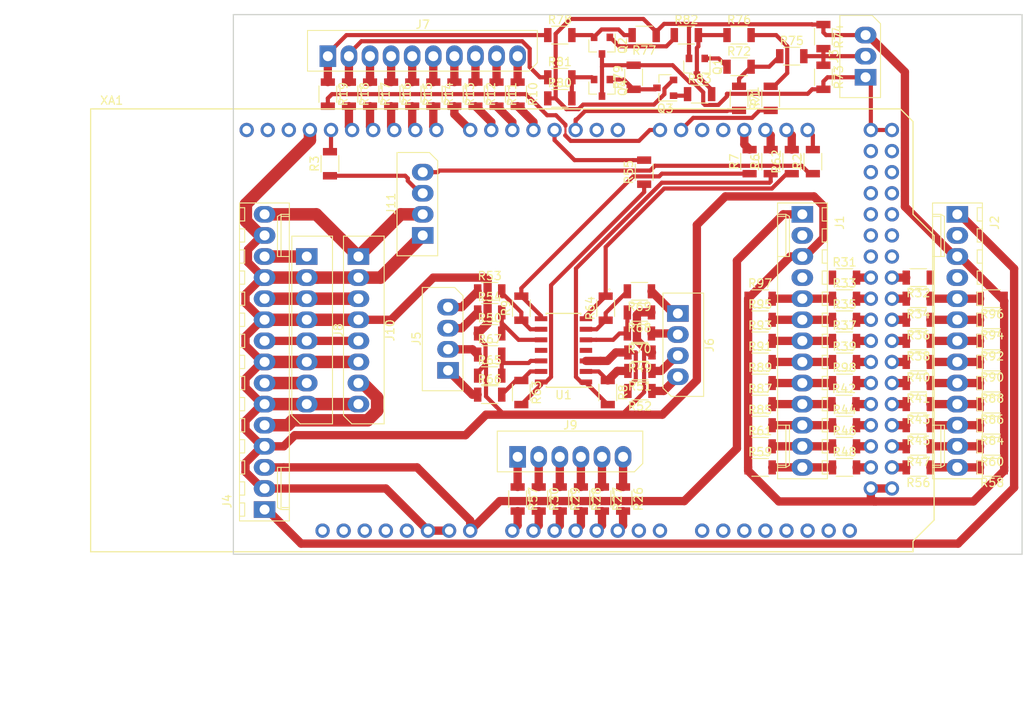
<source format=kicad_pcb>
(kicad_pcb (version 20171130) (host pcbnew 5.0.2-bee76a0~70~ubuntu18.04.1)
  (layers (0 F.Cu signal) (31 B.Cu signal) (34 B.Paste user) (35 F.Paste user) (36 B.SilkS user) (37 F.SilkS user) (38 B.Mask user) (39 F.Mask user) (44 Edge.Cuts user))
  (net 0 "")
  (net 1 VDD)
  (net 2 "Net-(J1-Pad2)")
  (net 3 GND)
  (net 4 "Net-(J1-Pad4)")
  (net 5 /SYNC_LO_LO)
  (net 6 /CE_LO_LO)
  (net 7 /RAMPDIR_LO_LO)
  (net 8 /RAMPCLK_LO_LO)
  (net 9 /SCK_LO_LO)
  (net 10 /SDI_LO_LO)
  (net 11 /MUX_LO_LO)
  (net 12 /CSB_LO_LO)
  (net 13 "Net-(J2-Pad4)")
  (net 14 "Net-(J2-Pad2)")
  (net 15 /11V_IN_HI)
  (net 16 "Net-(J3-Pad2)")
  (net 17 +5V)
  (net 18 /8V_IN_LO)
  (net 19 /-8V_IN)
  (net 20 /8V_IN_HI)
  (net 21 /LRU2)
  (net 22 /~LRU1)
  (net 23 /LRU1)
  (net 24 /~LS2)
  (net 25 /LS2)
  (net 26 /~LS1)
  (net 27 /LS1)
  (net 28 /~BL_LO)
  (net 29 /BL_LO)
  (net 30 /~G_LO)
  (net 31 /G_LO)
  (net 32 /BT)
  (net 33 /~BT)
  (net 34 /~LRU2)
  (net 35 /HS1)
  (net 36 /~HS1)
  (net 37 /HS2)
  (net 38 /~HS2)
  (net 39 /G_HI)
  (net 40 /~G_HI)
  (net 41 /BL_HI)
  (net 42 /~BL_HI)
  (net 43 /HRU)
  (net 44 /~HRU)
  (net 45 "Net-(Q1-Pad1)")
  (net 46 "Net-(Q1-Pad3)")
  (net 47 "Net-(Q2-Pad2)")
  (net 48 "Net-(Q3-Pad3)")
  (net 49 "Net-(Q4-Pad2)")
  (net 50 /AUTOCAL_ENABLE)
  (net 51 "Net-(R1-Pad1)")
  (net 52 /LS1_SE)
  (net 53 "Net-(R6-Pad1)")
  (net 54 "Net-(R7-Pad1)")
  (net 55 /HS1_SE)
  (net 56 "Net-(R51-Pad2)")
  (net 57 "Net-(R53-Pad2)")
  (net 58 "Net-(R10-Pad2)")
  (net 59 "Net-(R11-Pad2)")
  (net 60 "Net-(R12-Pad2)")
  (net 61 "Net-(R13-Pad2)")
  (net 62 "Net-(R14-Pad2)")
  (net 63 "Net-(R15-Pad2)")
  (net 64 "Net-(R16-Pad2)")
  (net 65 "Net-(R17-Pad2)")
  (net 66 "Net-(R18-Pad2)")
  (net 67 "Net-(R19-Pad2)")
  (net 68 "Net-(R26-Pad2)")
  (net 69 "Net-(R27-Pad2)")
  (net 70 "Net-(R28-Pad2)")
  (net 71 "Net-(R29-Pad2)")
  (net 72 "Net-(R30-Pad2)")
  (net 73 "Net-(R31-Pad2)")
  (net 74 "Net-(R33-Pad2)")
  (net 75 "Net-(R35-Pad2)")
  (net 76 "Net-(R37-Pad2)")
  (net 77 "Net-(R39-Pad2)")
  (net 78 "Net-(R41-Pad2)")
  (net 79 "Net-(R43-Pad2)")
  (net 80 "Net-(R45-Pad2)")
  (net 81 "Net-(R47-Pad2)")
  (net 82 "Net-(R49-Pad2)")
  (net 83 "Net-(R50-Pad2)")
  (net 84 "Net-(R55-Pad1)")
  (net 85 /HS2_SE)
  (net 86 /LS2_SE)
  (net 87 "Net-(R62-Pad1)")
  (net 88 "Net-(R63-Pad1)")
  (net 89 "Net-(R64-Pad1)")
  (net 90 "Net-(R65-Pad2)")
  (net 91 "Net-(R68-Pad2)")
  (net 92 "Net-(R71-Pad1)")
  (net 93 "Net-(XA1-Pad3V3)")
  (net 94 "Net-(XA1-PadRST1)")
  (net 95 "Net-(XA1-PadIORF)")
  (net 96 /CAL_TRIG)
  (net 97 "Net-(XA1-PadD17)")
  (net 98 "Net-(XA1-PadD16)")
  (net 99 "Net-(XA1-PadD0)")
  (net 100 "Net-(XA1-PadD1)")
  (net 101 "Net-(XA1-PadSCL)")
  (net 102 "Net-(XA1-PadSDA)")
  (net 103 "Net-(XA1-PadAREF)")
  (net 104 "Net-(XA1-PadA6)")
  (net 105 "Net-(XA1-PadA7)")
  (net 106 "Net-(XA1-PadA8)")
  (net 107 "Net-(XA1-PadA9)")
  (net 108 "Net-(XA1-PadA10)")
  (net 109 "Net-(XA1-PadA11)")
  (net 110 "Net-(XA1-PadD31)")
  (net 111 "Net-(XA1-PadD33)")
  (net 112 /SYSREFREQ_LO_HI)
  (net 113 /CSB_LO_HI)
  (net 114 /MUX_LO_HI)
  (net 115 /SDI_LO_HI)
  (net 116 /SCK_LO_HI)
  (net 117 /RAMPCLK_LO_HI)
  (net 118 /RAMPDIR_LO_HI)
  (net 119 /CE_LO_HI)
  (net 120 /SYNC_LO_HI)
  (net 121 "Net-(Q2-Pad1)")
  (net 122 "Net-(Q3-Pad1)")
  (net 123 /SYSREFREQ_LO_LO)
  (net 124 "Net-(R2-Pad2)")
  (net 125 "Net-(R3-Pad2)")
  (net 126 "Net-(R32-Pad2)")
  (net 127 "Net-(R34-Pad2)")
  (net 128 "Net-(R36-Pad2)")
  (net 129 "Net-(R38-Pad2)")
  (net 130 "Net-(R40-Pad2)")
  (net 131 "Net-(R42-Pad2)")
  (net 132 "Net-(R44-Pad2)")
  (net 133 "Net-(R46-Pad2)")
  (net 134 "Net-(R48-Pad2)")
  (net 135 "Net-(R56-Pad2)")
  (net 136 "Net-(R57-Pad2)")
  (net 137 "Net-(R31-Pad1)")
  (net 138 "Net-(R32-Pad1)")
  (net 139 "Net-(R98-Pad2)")
  (net 140 "Net-(XA1-PadD32)")
  (net 141 "Net-(XA1-PadD30)")
  (net 142 "Net-(XA1-PadD29)")
  (net 143 "Net-(XA1-PadD28)")
  (net 144 "Net-(XA1-PadD27)")
  (net 145 "Net-(XA1-PadD26)")
  (net 146 "Net-(XA1-PadD25)")
  (net 147 "Net-(XA1-PadD24)")
  (net 148 "Net-(XA1-PadD23)")
  (net 149 "Net-(XA1-PadD22)")
  (net 150 "Net-(XA1-PadA15)")
  (net 151 "Net-(XA1-PadA14)")
  (net 152 "Net-(XA1-PadA13)")
  (net 153 "Net-(XA1-PadA12)")
  (net 154 /-18V_IN)
  (net 155 "Net-(XA1-Pad5V1)")
  (net 156 /TACH)
  (net 157 /FAN_PWM)
  (net 158 /18V_IN_LO)
  (net 159 /18V_IN_HI)
  (module Arduino:Arduino_Mega2560_Shield (layer F.Cu) (at 90.805 139.7)
    (fp_text reference XA1 (at 2.54 -54.356) (layer F.SilkS))
    (fp_text value Arduino_Mega2560_Shield)
    (fp_text user . (at 62.484 -32.004) (layer F.SilkS))
    (pad GND6 thru_hole oval (at 96.52 -7.62) (size 1.7272 1.7272) (drill 1.016) (layers *.Cu *.Mask) (net 3 GND))
    (pad GND5 thru_hole oval (at 93.98 -7.62) (size 1.7272 1.7272) (drill 1.016) (layers *.Cu *.Mask) (net 3 GND))
    (pad D53 thru_hole oval (at 96.52 -10.16) (size 1.7272 1.7272) (drill 1.016) (layers *.Cu *.Mask) (net 135 "Net-(R56-Pad2)"))
    (pad D52 thru_hole oval (at 93.98 -10.16) (size 1.7272 1.7272) (drill 1.016) (layers *.Cu *.Mask) (net 134 "Net-(R48-Pad2)"))
    (pad D51 thru_hole oval (at 96.52 -12.7) (size 1.7272 1.7272) (drill 1.016) (layers *.Cu *.Mask) (net 81 "Net-(R47-Pad2)"))
    (pad D50 thru_hole oval (at 93.98 -12.7) (size 1.7272 1.7272) (drill 1.016) (layers *.Cu *.Mask) (net 133 "Net-(R46-Pad2)"))
    (pad D49 thru_hole oval (at 96.52 -15.24) (size 1.7272 1.7272) (drill 1.016) (layers *.Cu *.Mask) (net 80 "Net-(R45-Pad2)"))
    (pad D48 thru_hole oval (at 93.98 -15.24) (size 1.7272 1.7272) (drill 1.016) (layers *.Cu *.Mask) (net 132 "Net-(R44-Pad2)"))
    (pad D47 thru_hole oval (at 96.52 -17.78) (size 1.7272 1.7272) (drill 1.016) (layers *.Cu *.Mask) (net 79 "Net-(R43-Pad2)"))
    (pad D46 thru_hole oval (at 93.98 -17.78) (size 1.7272 1.7272) (drill 1.016) (layers *.Cu *.Mask) (net 131 "Net-(R42-Pad2)"))
    (pad D45 thru_hole oval (at 96.52 -20.32) (size 1.7272 1.7272) (drill 1.016) (layers *.Cu *.Mask) (net 78 "Net-(R41-Pad2)"))
    (pad D44 thru_hole oval (at 93.98 -20.32) (size 1.7272 1.7272) (drill 1.016) (layers *.Cu *.Mask) (net 139 "Net-(R98-Pad2)"))
    (pad D43 thru_hole oval (at 96.52 -22.86) (size 1.7272 1.7272) (drill 1.016) (layers *.Cu *.Mask) (net 130 "Net-(R40-Pad2)"))
    (pad D42 thru_hole oval (at 93.98 -22.86) (size 1.7272 1.7272) (drill 1.016) (layers *.Cu *.Mask) (net 77 "Net-(R39-Pad2)"))
    (pad D41 thru_hole oval (at 96.52 -25.4) (size 1.7272 1.7272) (drill 1.016) (layers *.Cu *.Mask) (net 129 "Net-(R38-Pad2)"))
    (pad D40 thru_hole oval (at 93.98 -25.4) (size 1.7272 1.7272) (drill 1.016) (layers *.Cu *.Mask) (net 76 "Net-(R37-Pad2)"))
    (pad D39 thru_hole oval (at 96.52 -27.94) (size 1.7272 1.7272) (drill 1.016) (layers *.Cu *.Mask) (net 128 "Net-(R36-Pad2)"))
    (pad D38 thru_hole oval (at 93.98 -27.94) (size 1.7272 1.7272) (drill 1.016) (layers *.Cu *.Mask) (net 75 "Net-(R35-Pad2)"))
    (pad D37 thru_hole oval (at 96.52 -30.48) (size 1.7272 1.7272) (drill 1.016) (layers *.Cu *.Mask) (net 127 "Net-(R34-Pad2)"))
    (pad D36 thru_hole oval (at 93.98 -30.48) (size 1.7272 1.7272) (drill 1.016) (layers *.Cu *.Mask) (net 74 "Net-(R33-Pad2)"))
    (pad D35 thru_hole oval (at 96.52 -33.02) (size 1.7272 1.7272) (drill 1.016) (layers *.Cu *.Mask) (net 126 "Net-(R32-Pad2)"))
    (pad D34 thru_hole oval (at 93.98 -33.02) (size 1.7272 1.7272) (drill 1.016) (layers *.Cu *.Mask) (net 73 "Net-(R31-Pad2)"))
    (pad D33 thru_hole oval (at 96.52 -35.56) (size 1.7272 1.7272) (drill 1.016) (layers *.Cu *.Mask) (net 111 "Net-(XA1-PadD33)"))
    (pad D32 thru_hole oval (at 93.98 -35.56) (size 1.7272 1.7272) (drill 1.016) (layers *.Cu *.Mask) (net 140 "Net-(XA1-PadD32)"))
    (pad D31 thru_hole oval (at 96.52 -38.1) (size 1.7272 1.7272) (drill 1.016) (layers *.Cu *.Mask) (net 110 "Net-(XA1-PadD31)"))
    (pad D30 thru_hole oval (at 93.98 -38.1) (size 1.7272 1.7272) (drill 1.016) (layers *.Cu *.Mask) (net 141 "Net-(XA1-PadD30)"))
    (pad D29 thru_hole oval (at 96.52 -40.64) (size 1.7272 1.7272) (drill 1.016) (layers *.Cu *.Mask) (net 142 "Net-(XA1-PadD29)"))
    (pad D28 thru_hole oval (at 93.98 -40.64) (size 1.7272 1.7272) (drill 1.016) (layers *.Cu *.Mask) (net 143 "Net-(XA1-PadD28)"))
    (pad D27 thru_hole oval (at 96.52 -43.18) (size 1.7272 1.7272) (drill 1.016) (layers *.Cu *.Mask) (net 144 "Net-(XA1-PadD27)"))
    (pad D26 thru_hole oval (at 93.98 -43.18) (size 1.7272 1.7272) (drill 1.016) (layers *.Cu *.Mask) (net 145 "Net-(XA1-PadD26)"))
    (pad D25 thru_hole oval (at 96.52 -45.72) (size 1.7272 1.7272) (drill 1.016) (layers *.Cu *.Mask) (net 146 "Net-(XA1-PadD25)"))
    (pad D24 thru_hole oval (at 93.98 -45.72) (size 1.7272 1.7272) (drill 1.016) (layers *.Cu *.Mask) (net 147 "Net-(XA1-PadD24)"))
    (pad D23 thru_hole oval (at 96.52 -48.26) (size 1.7272 1.7272) (drill 1.016) (layers *.Cu *.Mask) (net 148 "Net-(XA1-PadD23)"))
    (pad D22 thru_hole oval (at 93.98 -48.26) (size 1.7272 1.7272) (drill 1.016) (layers *.Cu *.Mask) (net 149 "Net-(XA1-PadD22)"))
    (pad 5V4 thru_hole oval (at 96.52 -50.8) (size 1.7272 1.7272) (drill 1.016) (layers *.Cu *.Mask) (net 17 +5V))
    (pad 5V3 thru_hole oval (at 93.98 -50.8) (size 1.7272 1.7272) (drill 1.016) (layers *.Cu *.Mask) (net 17 +5V))
    (pad A15 thru_hole oval (at 91.44 -2.54) (size 1.7272 1.7272) (drill 1.016) (layers *.Cu *.Mask) (net 150 "Net-(XA1-PadA15)"))
    (pad A14 thru_hole oval (at 88.9 -2.54) (size 1.7272 1.7272) (drill 1.016) (layers *.Cu *.Mask) (net 151 "Net-(XA1-PadA14)"))
    (pad A13 thru_hole oval (at 86.36 -2.54) (size 1.7272 1.7272) (drill 1.016) (layers *.Cu *.Mask) (net 152 "Net-(XA1-PadA13)"))
    (pad A12 thru_hole oval (at 83.82 -2.54) (size 1.7272 1.7272) (drill 1.016) (layers *.Cu *.Mask) (net 153 "Net-(XA1-PadA12)"))
    (pad A11 thru_hole oval (at 81.28 -2.54) (size 1.7272 1.7272) (drill 1.016) (layers *.Cu *.Mask) (net 109 "Net-(XA1-PadA11)"))
    (pad A10 thru_hole oval (at 78.74 -2.54) (size 1.7272 1.7272) (drill 1.016) (layers *.Cu *.Mask) (net 108 "Net-(XA1-PadA10)"))
    (pad A9 thru_hole oval (at 76.2 -2.54) (size 1.7272 1.7272) (drill 1.016) (layers *.Cu *.Mask) (net 107 "Net-(XA1-PadA9)"))
    (pad A8 thru_hole oval (at 73.66 -2.54) (size 1.7272 1.7272) (drill 1.016) (layers *.Cu *.Mask) (net 106 "Net-(XA1-PadA8)"))
    (pad A7 thru_hole oval (at 68.58 -2.54) (size 1.7272 1.7272) (drill 1.016) (layers *.Cu *.Mask) (net 105 "Net-(XA1-PadA7)"))
    (pad A6 thru_hole oval (at 66.04 -2.54) (size 1.7272 1.7272) (drill 1.016) (layers *.Cu *.Mask) (net 104 "Net-(XA1-PadA6)"))
    (pad A5 thru_hole oval (at 63.5 -2.54) (size 1.7272 1.7272) (drill 1.016) (layers *.Cu *.Mask) (net 68 "Net-(R26-Pad2)"))
    (pad A4 thru_hole oval (at 60.96 -2.54) (size 1.7272 1.7272) (drill 1.016) (layers *.Cu *.Mask) (net 69 "Net-(R27-Pad2)"))
    (pad A3 thru_hole oval (at 58.42 -2.54) (size 1.7272 1.7272) (drill 1.016) (layers *.Cu *.Mask) (net 70 "Net-(R28-Pad2)"))
    (pad A2 thru_hole oval (at 55.88 -2.54) (size 1.7272 1.7272) (drill 1.016) (layers *.Cu *.Mask) (net 71 "Net-(R29-Pad2)"))
    (pad A1 thru_hole oval (at 53.34 -2.54) (size 1.7272 1.7272) (drill 1.016) (layers *.Cu *.Mask) (net 72 "Net-(R30-Pad2)"))
    (pad "" thru_hole oval (at 27.94 -2.54) (size 1.7272 1.7272) (drill 1.016) (layers *.Cu *.Mask))
    (pad D11 thru_hole oval (at 34.036 -50.8) (size 1.7272 1.7272) (drill 1.016) (layers *.Cu *.Mask) (net 65 "Net-(R17-Pad2)"))
    (pad D12 thru_hole oval (at 31.496 -50.8) (size 1.7272 1.7272) (drill 1.016) (layers *.Cu *.Mask) (net 66 "Net-(R18-Pad2)"))
    (pad D13 thru_hole oval (at 28.956 -50.8) (size 1.7272 1.7272) (drill 1.016) (layers *.Cu *.Mask) (net 125 "Net-(R3-Pad2)"))
    (pad AREF thru_hole oval (at 23.876 -50.8) (size 1.7272 1.7272) (drill 1.016) (layers *.Cu *.Mask) (net 103 "Net-(XA1-PadAREF)"))
    (pad SDA thru_hole oval (at 21.336 -50.8) (size 1.7272 1.7272) (drill 1.016) (layers *.Cu *.Mask) (net 102 "Net-(XA1-PadSDA)"))
    (pad SCL thru_hole oval (at 18.796 -50.8) (size 1.7272 1.7272) (drill 1.016) (layers *.Cu *.Mask) (net 101 "Net-(XA1-PadSCL)"))
    (pad D10 thru_hole oval (at 36.576 -50.8) (size 1.7272 1.7272) (drill 1.016) (layers *.Cu *.Mask) (net 64 "Net-(R16-Pad2)"))
    (pad D9 thru_hole oval (at 39.116 -50.8) (size 1.7272 1.7272) (drill 1.016) (layers *.Cu *.Mask) (net 63 "Net-(R15-Pad2)"))
    (pad D8 thru_hole oval (at 41.656 -50.8) (size 1.7272 1.7272) (drill 1.016) (layers *.Cu *.Mask) (net 62 "Net-(R14-Pad2)"))
    (pad GND1 thru_hole oval (at 26.416 -50.8) (size 1.7272 1.7272) (drill 1.016) (layers *.Cu *.Mask) (net 3 GND))
    (pad D7 thru_hole oval (at 45.72 -50.8) (size 1.7272 1.7272) (drill 1.016) (layers *.Cu *.Mask) (net 61 "Net-(R13-Pad2)"))
    (pad D6 thru_hole oval (at 48.26 -50.8) (size 1.7272 1.7272) (drill 1.016) (layers *.Cu *.Mask) (net 60 "Net-(R12-Pad2)"))
    (pad D5 thru_hole oval (at 50.8 -50.8) (size 1.7272 1.7272) (drill 1.016) (layers *.Cu *.Mask) (net 59 "Net-(R11-Pad2)"))
    (pad D4 thru_hole oval (at 53.34 -50.8) (size 1.7272 1.7272) (drill 1.016) (layers *.Cu *.Mask) (net 58 "Net-(R10-Pad2)"))
    (pad D3 thru_hole oval (at 55.88 -50.8) (size 1.7272 1.7272) (drill 1.016) (layers *.Cu *.Mask) (net 85 /HS2_SE))
    (pad D2 thru_hole oval (at 58.42 -50.8) (size 1.7272 1.7272) (drill 1.016) (layers *.Cu *.Mask) (net 96 /CAL_TRIG))
    (pad D1 thru_hole oval (at 60.96 -50.8) (size 1.7272 1.7272) (drill 1.016) (layers *.Cu *.Mask) (net 100 "Net-(XA1-PadD1)"))
    (pad D0 thru_hole oval (at 63.5 -50.8) (size 1.7272 1.7272) (drill 1.016) (layers *.Cu *.Mask) (net 99 "Net-(XA1-PadD0)"))
    (pad D14 thru_hole oval (at 68.58 -50.8) (size 1.7272 1.7272) (drill 1.016) (layers *.Cu *.Mask) (net 67 "Net-(R19-Pad2)"))
    (pad D15 thru_hole oval (at 71.12 -50.8) (size 1.7272 1.7272) (drill 1.016) (layers *.Cu *.Mask) (net 51 "Net-(R1-Pad1)"))
    (pad D16 thru_hole oval (at 73.66 -50.8) (size 1.7272 1.7272) (drill 1.016) (layers *.Cu *.Mask) (net 98 "Net-(XA1-PadD16)"))
    (pad D17 thru_hole oval (at 76.2 -50.8) (size 1.7272 1.7272) (drill 1.016) (layers *.Cu *.Mask) (net 97 "Net-(XA1-PadD17)"))
    (pad D18 thru_hole oval (at 78.74 -50.8) (size 1.7272 1.7272) (drill 1.016) (layers *.Cu *.Mask) (net 55 /HS1_SE))
    (pad D19 thru_hole oval (at 81.28 -50.8) (size 1.7272 1.7272) (drill 1.016) (layers *.Cu *.Mask) (net 52 /LS1_SE))
    (pad D20 thru_hole oval (at 83.82 -50.8) (size 1.7272 1.7272) (drill 1.016) (layers *.Cu *.Mask) (net 86 /LS2_SE))
    (pad D21 thru_hole oval (at 86.36 -50.8) (size 1.7272 1.7272) (drill 1.016) (layers *.Cu *.Mask) (net 124 "Net-(R2-Pad2)"))
    (pad IORF thru_hole oval (at 30.48 -2.54) (size 1.7272 1.7272) (drill 1.016) (layers *.Cu *.Mask) (net 95 "Net-(XA1-PadIORF)"))
    (pad RST1 thru_hole oval (at 33.02 -2.54) (size 1.7272 1.7272) (drill 1.016) (layers *.Cu *.Mask) (net 94 "Net-(XA1-PadRST1)"))
    (pad 3V3 thru_hole oval (at 35.56 -2.54) (size 1.7272 1.7272) (drill 1.016) (layers *.Cu *.Mask) (net 93 "Net-(XA1-Pad3V3)"))
    (pad 5V1 thru_hole oval (at 38.1 -2.54) (size 1.7272 1.7272) (drill 1.016) (layers *.Cu *.Mask) (net 155 "Net-(XA1-Pad5V1)"))
    (pad GND2 thru_hole oval (at 40.64 -2.54) (size 1.7272 1.7272) (drill 1.016) (layers *.Cu *.Mask) (net 3 GND))
    (pad GND3 thru_hole oval (at 43.18 -2.54) (size 1.7272 1.7272) (drill 1.016) (layers *.Cu *.Mask) (net 3 GND))
    (pad VIN thru_hole oval (at 45.72 -2.54) (size 1.7272 1.7272) (drill 1.016) (layers *.Cu *.Mask) (net 1 VDD))
    (pad A0 thru_hole oval (at 50.8 -2.54) (size 1.7272 1.7272) (drill 1.016) (layers *.Cu *.Mask) (net 136 "Net-(R57-Pad2)"))
  )
  (module Connectors_Molex:Molex_KK-6410-13_13x2.54mm_Straight (layer F.Cu) (at 176.53 99.06 270)
    (fp_text reference J1 (at 1 -4.5 270) (layer F.SilkS))
    (fp_text value Conn_01x13_Male)
    (pad 1 thru_hole rect (at 0 0 270) (size 2 2.6) (drill 1.2) (layers *.Cu *.Mask) (net 1 VDD))
    (pad 2 thru_hole oval (at 2.54 0 270) (size 2 2.6) (drill 1.2) (layers *.Cu *.Mask) (net 2 "Net-(J1-Pad2)"))
    (pad 3 thru_hole oval (at 5.08 0 270) (size 2 2.6) (drill 1.2) (layers *.Cu *.Mask) (net 3 GND))
    (pad 4 thru_hole oval (at 7.62 0 270) (size 2 2.6) (drill 1.2) (layers *.Cu *.Mask) (net 4 "Net-(J1-Pad4)"))
    (pad 5 thru_hole oval (at 10.16 0 270) (size 2 2.6) (drill 1.2) (layers *.Cu *.Mask) (net 5 /SYNC_LO_LO))
    (pad 6 thru_hole oval (at 12.7 0 270) (size 2 2.6) (drill 1.2) (layers *.Cu *.Mask) (net 6 /CE_LO_LO))
    (pad 7 thru_hole oval (at 15.24 0 270) (size 2 2.6) (drill 1.2) (layers *.Cu *.Mask) (net 7 /RAMPDIR_LO_LO))
    (pad 8 thru_hole oval (at 17.78 0 270) (size 2 2.6) (drill 1.2) (layers *.Cu *.Mask) (net 8 /RAMPCLK_LO_LO))
    (pad 9 thru_hole oval (at 20.32 0 270) (size 2 2.6) (drill 1.2) (layers *.Cu *.Mask) (net 9 /SCK_LO_LO))
    (pad 10 thru_hole oval (at 22.86 0 270) (size 2 2.6) (drill 1.2) (layers *.Cu *.Mask) (net 10 /SDI_LO_LO))
    (pad 11 thru_hole oval (at 25.4 0 270) (size 2 2.6) (drill 1.2) (layers *.Cu *.Mask) (net 11 /MUX_LO_LO))
    (pad 12 thru_hole oval (at 27.94 0 270) (size 2 2.6) (drill 1.2) (layers *.Cu *.Mask) (net 12 /CSB_LO_LO))
    (pad 13 thru_hole oval (at 30.48 0 270) (size 2 2.6) (drill 1.2) (layers *.Cu *.Mask) (net 123 /SYSREFREQ_LO_LO))
  )
  (module Connectors_Molex:Molex_KK-6410-13_13x2.54mm_Straight (layer F.Cu) (at 195.199 99.06 270)
    (fp_text reference J2 (at 1 -4.5 270) (layer F.SilkS))
    (fp_text value Conn_01x13_Male)
    (pad 13 thru_hole oval (at 30.48 0 270) (size 2 2.6) (drill 1.2) (layers *.Cu *.Mask) (net 112 /SYSREFREQ_LO_HI))
    (pad 12 thru_hole oval (at 27.94 0 270) (size 2 2.6) (drill 1.2) (layers *.Cu *.Mask) (net 113 /CSB_LO_HI))
    (pad 11 thru_hole oval (at 25.4 0 270) (size 2 2.6) (drill 1.2) (layers *.Cu *.Mask) (net 114 /MUX_LO_HI))
    (pad 10 thru_hole oval (at 22.86 0 270) (size 2 2.6) (drill 1.2) (layers *.Cu *.Mask) (net 115 /SDI_LO_HI))
    (pad 9 thru_hole oval (at 20.32 0 270) (size 2 2.6) (drill 1.2) (layers *.Cu *.Mask) (net 116 /SCK_LO_HI))
    (pad 8 thru_hole oval (at 17.78 0 270) (size 2 2.6) (drill 1.2) (layers *.Cu *.Mask) (net 117 /RAMPCLK_LO_HI))
    (pad 7 thru_hole oval (at 15.24 0 270) (size 2 2.6) (drill 1.2) (layers *.Cu *.Mask) (net 118 /RAMPDIR_LO_HI))
    (pad 6 thru_hole oval (at 12.7 0 270) (size 2 2.6) (drill 1.2) (layers *.Cu *.Mask) (net 119 /CE_LO_HI))
    (pad 5 thru_hole oval (at 10.16 0 270) (size 2 2.6) (drill 1.2) (layers *.Cu *.Mask) (net 120 /SYNC_LO_HI))
    (pad 4 thru_hole oval (at 7.62 0 270) (size 2 2.6) (drill 1.2) (layers *.Cu *.Mask) (net 13 "Net-(J2-Pad4)"))
    (pad 3 thru_hole oval (at 5.08 0 270) (size 2 2.6) (drill 1.2) (layers *.Cu *.Mask) (net 3 GND))
    (pad 2 thru_hole oval (at 2.54 0 270) (size 2 2.6) (drill 1.2) (layers *.Cu *.Mask) (net 14 "Net-(J2-Pad2)"))
    (pad 1 thru_hole rect (at 0 0 270) (size 2 2.6) (drill 1.2) (layers *.Cu *.Mask) (net 15 /11V_IN_HI))
  )
  (module Connectors_Molex:Molex_SPOX-5267_22-03-5035_03x2.54mm_Straight (layer F.Cu) (at 184.15 82.55 90)
    (fp_text reference J3 (at 2.54 -3.81 90) (layer F.SilkS))
    (fp_text value Conn_01x03_Male)
    (pad 3 thru_hole oval (at 5.08 0 90) (size 2 2.6) (drill 1.2) (layers *.Cu *.Mask) (net 3 GND))
    (pad 2 thru_hole oval (at 2.54 0 90) (size 2 2.6) (drill 1.2) (layers *.Cu *.Mask) (net 16 "Net-(J3-Pad2)"))
    (pad 1 thru_hole rect (at 0 0 90) (size 2 2.6) (drill 1.2) (layers *.Cu *.Mask) (net 17 +5V))
  )
  (module TO_SOT_Packages_SMD:SOT-23 (layer F.Cu) (at 163.83 81.28 270)
    (fp_text reference Q1 (at 0 -2.5 270) (layer F.SilkS))
    (fp_text value Q_NPN_BEC)
    (pad 1 smd rect (at -1 -0.95 270) (size 0.9 0.8) (layers F.Cu F.Paste F.Mask) (net 45 "Net-(Q1-Pad1)"))
    (pad 2 smd rect (at -1 0.95 270) (size 0.9 0.8) (layers F.Cu F.Paste F.Mask) (net 3 GND))
    (pad 3 smd rect (at 1 0 270) (size 0.9 0.8) (layers F.Cu F.Paste F.Mask) (net 46 "Net-(Q1-Pad3)"))
  )
  (module TO_SOT_Packages_SMD:SOT-23 (layer F.Cu) (at 152.4 78.74 270)
    (fp_text reference Q2 (at 0 -2.5 270) (layer F.SilkS))
    (fp_text value Q_NPN_BEC)
    (pad 1 smd rect (at -1 -0.95 270) (size 0.9 0.8) (layers F.Cu F.Paste F.Mask) (net 121 "Net-(Q2-Pad1)"))
    (pad 2 smd rect (at -1 0.95 270) (size 0.9 0.8) (layers F.Cu F.Paste F.Mask) (net 47 "Net-(Q2-Pad2)"))
    (pad 3 smd rect (at 1 0 270) (size 0.9 0.8) (layers F.Cu F.Paste F.Mask) (net 17 +5V))
  )
  (module TO_SOT_Packages_SMD:SOT-23 (layer F.Cu) (at 160.02 83.82 180)
    (fp_text reference Q3 (at 0 -2.5 180) (layer F.SilkS))
    (fp_text value Q_NPN_BEC)
    (pad 3 smd rect (at 1 0 180) (size 0.9 0.8) (layers F.Cu F.Paste F.Mask) (net 48 "Net-(Q3-Pad3)"))
    (pad 2 smd rect (at -1 0.95 180) (size 0.9 0.8) (layers F.Cu F.Paste F.Mask) (net 3 GND))
    (pad 1 smd rect (at -1 -0.95 180) (size 0.9 0.8) (layers F.Cu F.Paste F.Mask) (net 122 "Net-(Q3-Pad1)"))
  )
  (module TO_SOT_Packages_SMD:SOT-23 (layer F.Cu) (at 152.4 83.82 270)
    (fp_text reference Q4 (at 0 -2.5 270) (layer F.SilkS))
    (fp_text value Q_NPN_BEC)
    (pad 3 smd rect (at 1 0 270) (size 0.9 0.8) (layers F.Cu F.Paste F.Mask) (net 17 +5V))
    (pad 2 smd rect (at -1 0.95 270) (size 0.9 0.8) (layers F.Cu F.Paste F.Mask) (net 49 "Net-(Q4-Pad2)"))
    (pad 1 smd rect (at -1 -0.95 270) (size 0.9 0.8) (layers F.Cu F.Paste F.Mask) (net 48 "Net-(Q3-Pad3)"))
  )
  (module Resistors_SMD:R_1206 (layer F.Cu) (at 172.72 85.09 90)
    (fp_text reference R1 (at 0 -1.85 90) (layer F.SilkS))
    (fp_text value R)
    (pad 2 smd rect (at 1.45 0 90) (size 0.9 1.7) (layers F.Cu F.Paste F.Mask) (net 50 /AUTOCAL_ENABLE))
    (pad 1 smd rect (at -1.45 0 90) (size 0.9 1.7) (layers F.Cu F.Paste F.Mask) (net 51 "Net-(R1-Pad1)"))
  )
  (module Resistors_SMD:R_1206 (layer F.Cu) (at 172.72 92.71 90)
    (fp_text reference R6 (at 0 -1.85 90) (layer F.SilkS))
    (fp_text value R)
    (pad 2 smd rect (at 1.45 0 90) (size 0.9 1.7) (layers F.Cu F.Paste F.Mask) (net 52 /LS1_SE))
    (pad 1 smd rect (at -1.45 0 90) (size 0.9 1.7) (layers F.Cu F.Paste F.Mask) (net 53 "Net-(R6-Pad1)"))
  )
  (module Resistors_SMD:R_1206 (layer F.Cu) (at 170.18 92.71 90)
    (fp_text reference R7 (at 0 -1.85 90) (layer F.SilkS))
    (fp_text value R)
    (pad 1 smd rect (at -1.45 0 90) (size 0.9 1.7) (layers F.Cu F.Paste F.Mask) (net 54 "Net-(R7-Pad1)"))
    (pad 2 smd rect (at 1.45 0 90) (size 0.9 1.7) (layers F.Cu F.Paste F.Mask) (net 55 /HS1_SE))
  )
  (module Resistors_SMD:R_1206 (layer F.Cu) (at 153.0985 120.523 270)
    (fp_text reference R8 (at 0 -1.85 270) (layer F.SilkS))
    (fp_text value R)
    (pad 1 smd rect (at -1.45 0 270) (size 0.9 1.7) (layers F.Cu F.Paste F.Mask) (net 56 "Net-(R51-Pad2)"))
    (pad 2 smd rect (at 1.45 0 270) (size 0.9 1.7) (layers F.Cu F.Paste F.Mask) (net 53 "Net-(R6-Pad1)"))
  )
  (module Resistors_SMD:R_1206 (layer F.Cu) (at 142.6845 110.363 90)
    (fp_text reference R9 (at 0 -1.85 90) (layer F.SilkS))
    (fp_text value R)
    (pad 1 smd rect (at -1.45 0 90) (size 0.9 1.7) (layers F.Cu F.Paste F.Mask) (net 57 "Net-(R53-Pad2)"))
    (pad 2 smd rect (at 1.45 0 90) (size 0.9 1.7) (layers F.Cu F.Paste F.Mask) (net 54 "Net-(R7-Pad1)"))
  )
  (module Resistors_SMD:R_1206 (layer F.Cu) (at 142.24 84.582 270)
    (fp_text reference R10 (at 0 -1.85 270) (layer F.SilkS))
    (fp_text value R)
    (pad 1 smd rect (at -1.45 0 270) (size 0.9 1.7) (layers F.Cu F.Paste F.Mask) (net 31 /G_LO))
    (pad 2 smd rect (at 1.45 0 270) (size 0.9 1.7) (layers F.Cu F.Paste F.Mask) (net 58 "Net-(R10-Pad2)"))
  )
  (module Resistors_SMD:R_1206 (layer F.Cu) (at 139.7 84.582 270)
    (fp_text reference R11 (at 0 -1.85 270) (layer F.SilkS))
    (fp_text value R)
    (pad 2 smd rect (at 1.45 0 270) (size 0.9 1.7) (layers F.Cu F.Paste F.Mask) (net 59 "Net-(R11-Pad2)"))
    (pad 1 smd rect (at -1.45 0 270) (size 0.9 1.7) (layers F.Cu F.Paste F.Mask) (net 30 /~G_LO))
  )
  (module Resistors_SMD:R_1206 (layer F.Cu) (at 137.16 84.582 270)
    (fp_text reference R12 (at 0 -1.85 270) (layer F.SilkS))
    (fp_text value R)
    (pad 1 smd rect (at -1.45 0 270) (size 0.9 1.7) (layers F.Cu F.Paste F.Mask) (net 29 /BL_LO))
    (pad 2 smd rect (at 1.45 0 270) (size 0.9 1.7) (layers F.Cu F.Paste F.Mask) (net 60 "Net-(R12-Pad2)"))
  )
  (module Resistors_SMD:R_1206 (layer F.Cu) (at 134.62 84.582 270)
    (fp_text reference R13 (at 0 -1.85 270) (layer F.SilkS))
    (fp_text value R)
    (pad 2 smd rect (at 1.45 0 270) (size 0.9 1.7) (layers F.Cu F.Paste F.Mask) (net 61 "Net-(R13-Pad2)"))
    (pad 1 smd rect (at -1.45 0 270) (size 0.9 1.7) (layers F.Cu F.Paste F.Mask) (net 28 /~BL_LO))
  )
  (module Resistors_SMD:R_1206 (layer F.Cu) (at 132.08 84.582 270)
    (fp_text reference R14 (at 0 -1.85 270) (layer F.SilkS))
    (fp_text value R)
    (pad 2 smd rect (at 1.45 0 270) (size 0.9 1.7) (layers F.Cu F.Paste F.Mask) (net 62 "Net-(R14-Pad2)"))
    (pad 1 smd rect (at -1.45 0 270) (size 0.9 1.7) (layers F.Cu F.Paste F.Mask) (net 23 /LRU1))
  )
  (module Resistors_SMD:R_1206 (layer F.Cu) (at 129.54 84.582 270)
    (fp_text reference R15 (at 0 -1.85 270) (layer F.SilkS))
    (fp_text value R)
    (pad 2 smd rect (at 1.45 0 270) (size 0.9 1.7) (layers F.Cu F.Paste F.Mask) (net 63 "Net-(R15-Pad2)"))
    (pad 1 smd rect (at -1.45 0 270) (size 0.9 1.7) (layers F.Cu F.Paste F.Mask) (net 22 /~LRU1))
  )
  (module Resistors_SMD:R_1206 (layer F.Cu) (at 127 84.582 270)
    (fp_text reference R16 (at 0 -1.85 270) (layer F.SilkS))
    (fp_text value R)
    (pad 1 smd rect (at -1.45 0 270) (size 0.9 1.7) (layers F.Cu F.Paste F.Mask) (net 21 /LRU2))
    (pad 2 smd rect (at 1.45 0 270) (size 0.9 1.7) (layers F.Cu F.Paste F.Mask) (net 64 "Net-(R16-Pad2)"))
  )
  (module Resistors_SMD:R_1206 (layer F.Cu) (at 124.46 84.582 270)
    (fp_text reference R17 (at 0 -1.85 270) (layer F.SilkS))
    (fp_text value R)
    (pad 2 smd rect (at 1.45 0 270) (size 0.9 1.7) (layers F.Cu F.Paste F.Mask) (net 65 "Net-(R17-Pad2)"))
    (pad 1 smd rect (at -1.45 0 270) (size 0.9 1.7) (layers F.Cu F.Paste F.Mask) (net 34 /~LRU2))
  )
  (module Resistors_SMD:R_1206 (layer F.Cu) (at 121.92 84.582 270)
    (fp_text reference R18 (at 0 -1.85 270) (layer F.SilkS))
    (fp_text value R)
    (pad 1 smd rect (at -1.45 0 270) (size 0.9 1.7) (layers F.Cu F.Paste F.Mask) (net 32 /BT))
    (pad 2 smd rect (at 1.45 0 270) (size 0.9 1.7) (layers F.Cu F.Paste F.Mask) (net 66 "Net-(R18-Pad2)"))
  )
  (module Resistors_SMD:R_1206 (layer F.Cu) (at 119.38 84.582 270)
    (fp_text reference R19 (at 0 -1.85 270) (layer F.SilkS))
    (fp_text value R)
    (pad 2 smd rect (at 1.45 0 270) (size 0.9 1.7) (layers F.Cu F.Paste F.Mask) (net 67 "Net-(R19-Pad2)"))
    (pad 1 smd rect (at -1.45 0 270) (size 0.9 1.7) (layers F.Cu F.Paste F.Mask) (net 33 /~BT))
  )
  (module Resistors_SMD:R_1206 (layer F.Cu) (at 154.94 133.35 270)
    (fp_text reference R26 (at 0 -1.85 270) (layer F.SilkS))
    (fp_text value R)
    (pad 1 smd rect (at -1.45 0 270) (size 0.9 1.7) (layers F.Cu F.Paste F.Mask) (net 39 /G_HI))
    (pad 2 smd rect (at 1.45 0 270) (size 0.9 1.7) (layers F.Cu F.Paste F.Mask) (net 68 "Net-(R26-Pad2)"))
  )
  (module Resistors_SMD:R_1206 (layer F.Cu) (at 152.4 133.35 270)
    (fp_text reference R27 (at 0 -1.85 270) (layer F.SilkS))
    (fp_text value R)
    (pad 2 smd rect (at 1.45 0 270) (size 0.9 1.7) (layers F.Cu F.Paste F.Mask) (net 69 "Net-(R27-Pad2)"))
    (pad 1 smd rect (at -1.45 0 270) (size 0.9 1.7) (layers F.Cu F.Paste F.Mask) (net 40 /~G_HI))
  )
  (module Resistors_SMD:R_1206 (layer F.Cu) (at 149.86 133.35 270)
    (fp_text reference R28 (at 0 -1.85 270) (layer F.SilkS))
    (fp_text value R)
    (pad 1 smd rect (at -1.45 0 270) (size 0.9 1.7) (layers F.Cu F.Paste F.Mask) (net 41 /BL_HI))
    (pad 2 smd rect (at 1.45 0 270) (size 0.9 1.7) (layers F.Cu F.Paste F.Mask) (net 70 "Net-(R28-Pad2)"))
  )
  (module Resistors_SMD:R_1206 (layer F.Cu) (at 147.32 133.35 270)
    (fp_text reference R29 (at 0 -1.85 270) (layer F.SilkS))
    (fp_text value R)
    (pad 2 smd rect (at 1.45 0 270) (size 0.9 1.7) (layers F.Cu F.Paste F.Mask) (net 71 "Net-(R29-Pad2)"))
    (pad 1 smd rect (at -1.45 0 270) (size 0.9 1.7) (layers F.Cu F.Paste F.Mask) (net 42 /~BL_HI))
  )
  (module Resistors_SMD:R_1206 (layer F.Cu) (at 144.78 133.35 270)
    (fp_text reference R30 (at 0 -1.85 270) (layer F.SilkS))
    (fp_text value R)
    (pad 1 smd rect (at -1.45 0 270) (size 0.9 1.7) (layers F.Cu F.Paste F.Mask) (net 43 /HRU))
    (pad 2 smd rect (at 1.45 0 270) (size 0.9 1.7) (layers F.Cu F.Paste F.Mask) (net 72 "Net-(R30-Pad2)"))
  )
  (module Resistors_SMD:R_1206 (layer F.Cu) (at 181.61 106.68)
    (fp_text reference R31 (at 0 -1.85) (layer F.SilkS))
    (fp_text value R)
    (pad 2 smd rect (at 1.45 0) (size 0.9 1.7) (layers F.Cu F.Paste F.Mask) (net 73 "Net-(R31-Pad2)"))
    (pad 1 smd rect (at -1.45 0) (size 0.9 1.7) (layers F.Cu F.Paste F.Mask) (net 137 "Net-(R31-Pad1)"))
  )
  (module Resistors_SMD:R_1206 (layer F.Cu) (at 190.5 106.68 180)
    (fp_text reference R32 (at 0 -1.85 180) (layer F.SilkS))
    (fp_text value R)
    (pad 2 smd rect (at 1.45 0 180) (size 0.9 1.7) (layers F.Cu F.Paste F.Mask) (net 126 "Net-(R32-Pad2)"))
    (pad 1 smd rect (at -1.45 0 180) (size 0.9 1.7) (layers F.Cu F.Paste F.Mask) (net 138 "Net-(R32-Pad1)"))
  )
  (module Resistors_SMD:R_1206 (layer F.Cu) (at 181.61 109.22)
    (fp_text reference R33 (at 0 -1.85) (layer F.SilkS))
    (fp_text value R)
    (pad 1 smd rect (at -1.45 0) (size 0.9 1.7) (layers F.Cu F.Paste F.Mask) (net 5 /SYNC_LO_LO))
    (pad 2 smd rect (at 1.45 0) (size 0.9 1.7) (layers F.Cu F.Paste F.Mask) (net 74 "Net-(R33-Pad2)"))
  )
  (module Resistors_SMD:R_1206 (layer F.Cu) (at 190.5 109.22 180)
    (fp_text reference R34 (at 0 -1.85 180) (layer F.SilkS))
    (fp_text value R)
    (pad 1 smd rect (at -1.45 0 180) (size 0.9 1.7) (layers F.Cu F.Paste F.Mask) (net 120 /SYNC_LO_HI))
    (pad 2 smd rect (at 1.45 0 180) (size 0.9 1.7) (layers F.Cu F.Paste F.Mask) (net 127 "Net-(R34-Pad2)"))
  )
  (module Resistors_SMD:R_1206 (layer F.Cu) (at 181.61 111.76)
    (fp_text reference R35 (at 0 -1.85) (layer F.SilkS))
    (fp_text value R)
    (pad 1 smd rect (at -1.45 0) (size 0.9 1.7) (layers F.Cu F.Paste F.Mask) (net 6 /CE_LO_LO))
    (pad 2 smd rect (at 1.45 0) (size 0.9 1.7) (layers F.Cu F.Paste F.Mask) (net 75 "Net-(R35-Pad2)"))
  )
  (module Resistors_SMD:R_1206 (layer F.Cu) (at 190.5 111.76 180)
    (fp_text reference R36 (at 0 -1.85 180) (layer F.SilkS))
    (fp_text value R)
    (pad 2 smd rect (at 1.45 0 180) (size 0.9 1.7) (layers F.Cu F.Paste F.Mask) (net 128 "Net-(R36-Pad2)"))
    (pad 1 smd rect (at -1.45 0 180) (size 0.9 1.7) (layers F.Cu F.Paste F.Mask) (net 119 /CE_LO_HI))
  )
  (module Resistors_SMD:R_1206 (layer F.Cu) (at 181.61 114.3)
    (fp_text reference R37 (at 0 -1.85) (layer F.SilkS))
    (fp_text value R)
    (pad 2 smd rect (at 1.45 0) (size 0.9 1.7) (layers F.Cu F.Paste F.Mask) (net 76 "Net-(R37-Pad2)"))
    (pad 1 smd rect (at -1.45 0) (size 0.9 1.7) (layers F.Cu F.Paste F.Mask) (net 7 /RAMPDIR_LO_LO))
  )
  (module Resistors_SMD:R_1206 (layer F.Cu) (at 190.5 114.3 180)
    (fp_text reference R38 (at 0 -1.85 180) (layer F.SilkS))
    (fp_text value R)
    (pad 1 smd rect (at -1.45 0 180) (size 0.9 1.7) (layers F.Cu F.Paste F.Mask) (net 118 /RAMPDIR_LO_HI))
    (pad 2 smd rect (at 1.45 0 180) (size 0.9 1.7) (layers F.Cu F.Paste F.Mask) (net 129 "Net-(R38-Pad2)"))
  )
  (module Resistors_SMD:R_1206 (layer F.Cu) (at 181.61 116.84)
    (fp_text reference R39 (at 0 -1.85) (layer F.SilkS))
    (fp_text value R)
    (pad 1 smd rect (at -1.45 0) (size 0.9 1.7) (layers F.Cu F.Paste F.Mask) (net 8 /RAMPCLK_LO_LO))
    (pad 2 smd rect (at 1.45 0) (size 0.9 1.7) (layers F.Cu F.Paste F.Mask) (net 77 "Net-(R39-Pad2)"))
  )
  (module Resistors_SMD:R_1206 (layer F.Cu) (at 190.5 116.84 180)
    (fp_text reference R40 (at 0 -1.85 180) (layer F.SilkS))
    (fp_text value R)
    (pad 2 smd rect (at 1.45 0 180) (size 0.9 1.7) (layers F.Cu F.Paste F.Mask) (net 130 "Net-(R40-Pad2)"))
    (pad 1 smd rect (at -1.45 0 180) (size 0.9 1.7) (layers F.Cu F.Paste F.Mask) (net 117 /RAMPCLK_LO_HI))
  )
  (module Resistors_SMD:R_1206 (layer F.Cu) (at 190.5 119.38 180)
    (fp_text reference R41 (at 0 -1.85 180) (layer F.SilkS))
    (fp_text value R)
    (pad 2 smd rect (at 1.45 0 180) (size 0.9 1.7) (layers F.Cu F.Paste F.Mask) (net 78 "Net-(R41-Pad2)"))
    (pad 1 smd rect (at -1.45 0 180) (size 0.9 1.7) (layers F.Cu F.Paste F.Mask) (net 116 /SCK_LO_HI))
  )
  (module Resistors_SMD:R_1206 (layer F.Cu) (at 181.5465 121.92)
    (fp_text reference R42 (at 0 -1.85) (layer F.SilkS))
    (fp_text value R)
    (pad 1 smd rect (at -1.45 0) (size 0.9 1.7) (layers F.Cu F.Paste F.Mask) (net 10 /SDI_LO_LO))
    (pad 2 smd rect (at 1.45 0) (size 0.9 1.7) (layers F.Cu F.Paste F.Mask) (net 131 "Net-(R42-Pad2)"))
  )
  (module Resistors_SMD:R_1206 (layer F.Cu) (at 190.5 121.92 180)
    (fp_text reference R43 (at 0 -1.85 180) (layer F.SilkS))
    (fp_text value R)
    (pad 1 smd rect (at -1.45 0 180) (size 0.9 1.7) (layers F.Cu F.Paste F.Mask) (net 115 /SDI_LO_HI))
    (pad 2 smd rect (at 1.45 0 180) (size 0.9 1.7) (layers F.Cu F.Paste F.Mask) (net 79 "Net-(R43-Pad2)"))
  )
  (module Resistors_SMD:R_1206 (layer F.Cu) (at 181.61 124.46)
    (fp_text reference R44 (at 0 -1.85) (layer F.SilkS))
    (fp_text value R)
    (pad 2 smd rect (at 1.45 0) (size 0.9 1.7) (layers F.Cu F.Paste F.Mask) (net 132 "Net-(R44-Pad2)"))
    (pad 1 smd rect (at -1.45 0) (size 0.9 1.7) (layers F.Cu F.Paste F.Mask) (net 11 /MUX_LO_LO))
  )
  (module Resistors_SMD:R_1206 (layer F.Cu) (at 190.5 124.46 180)
    (fp_text reference R45 (at 0 -1.85 180) (layer F.SilkS))
    (fp_text value R)
    (pad 2 smd rect (at 1.45 0 180) (size 0.9 1.7) (layers F.Cu F.Paste F.Mask) (net 80 "Net-(R45-Pad2)"))
    (pad 1 smd rect (at -1.45 0 180) (size 0.9 1.7) (layers F.Cu F.Paste F.Mask) (net 114 /MUX_LO_HI))
  )
  (module Resistors_SMD:R_1206 (layer F.Cu) (at 181.61 127)
    (fp_text reference R46 (at 0 -1.85) (layer F.SilkS))
    (fp_text value R)
    (pad 1 smd rect (at -1.45 0) (size 0.9 1.7) (layers F.Cu F.Paste F.Mask) (net 12 /CSB_LO_LO))
    (pad 2 smd rect (at 1.45 0) (size 0.9 1.7) (layers F.Cu F.Paste F.Mask) (net 133 "Net-(R46-Pad2)"))
  )
  (module Resistors_SMD:R_1206 (layer F.Cu) (at 190.5 127 180)
    (fp_text reference R47 (at 0 -1.85 180) (layer F.SilkS))
    (fp_text value R)
    (pad 1 smd rect (at -1.45 0 180) (size 0.9 1.7) (layers F.Cu F.Paste F.Mask) (net 113 /CSB_LO_HI))
    (pad 2 smd rect (at 1.45 0 180) (size 0.9 1.7) (layers F.Cu F.Paste F.Mask) (net 81 "Net-(R47-Pad2)"))
  )
  (module Resistors_SMD:R_1206 (layer F.Cu) (at 181.61 129.54)
    (fp_text reference R48 (at 0 -1.85) (layer F.SilkS))
    (fp_text value R)
    (pad 1 smd rect (at -1.45 0) (size 0.9 1.7) (layers F.Cu F.Paste F.Mask) (net 123 /SYSREFREQ_LO_LO))
    (pad 2 smd rect (at 1.45 0) (size 0.9 1.7) (layers F.Cu F.Paste F.Mask) (net 134 "Net-(R48-Pad2)"))
  )
  (module Resistors_SMD:R_1206 (layer F.Cu) (at 156.972 115.697 180)
    (fp_text reference R49 (at 0 -1.85 180) (layer F.SilkS))
    (fp_text value R)
    (pad 2 smd rect (at 1.45 0 180) (size 0.9 1.7) (layers F.Cu F.Paste F.Mask) (net 82 "Net-(R49-Pad2)"))
    (pad 1 smd rect (at -1.45 0 180) (size 0.9 1.7) (layers F.Cu F.Paste F.Mask) (net 3 GND))
  )
  (module Resistors_SMD:R_1206 (layer F.Cu) (at 138.8745 113.411)
    (fp_text reference R50 (at 0 -1.85) (layer F.SilkS))
    (fp_text value R)
    (pad 2 smd rect (at 1.45 0) (size 0.9 1.7) (layers F.Cu F.Paste F.Mask) (net 83 "Net-(R50-Pad2)"))
    (pad 1 smd rect (at -1.45 0) (size 0.9 1.7) (layers F.Cu F.Paste F.Mask) (net 3 GND))
  )
  (module Resistors_SMD:R_1206 (layer F.Cu) (at 156.972 117.9195 180)
    (fp_text reference R51 (at 0 -1.85 180) (layer F.SilkS))
    (fp_text value R)
    (pad 2 smd rect (at 1.45 0 180) (size 0.9 1.7) (layers F.Cu F.Paste F.Mask) (net 56 "Net-(R51-Pad2)"))
    (pad 1 smd rect (at -1.45 0 180) (size 0.9 1.7) (layers F.Cu F.Paste F.Mask) (net 26 /~LS1))
  )
  (module Resistors_SMD:R_1206 (layer F.Cu) (at 156.972 120.3325 180)
    (fp_text reference R52 (at 0 -1.85 180) (layer F.SilkS))
    (fp_text value R)
    (pad 1 smd rect (at -1.45 0 180) (size 0.9 1.7) (layers F.Cu F.Paste F.Mask) (net 27 /LS1))
    (pad 2 smd rect (at 1.45 0 180) (size 0.9 1.7) (layers F.Cu F.Paste F.Mask) (net 82 "Net-(R49-Pad2)"))
  )
  (module Resistors_SMD:R_1206 (layer F.Cu) (at 138.8745 108.331)
    (fp_text reference R53 (at 0 -1.85) (layer F.SilkS))
    (fp_text value R)
    (pad 1 smd rect (at -1.45 0) (size 0.9 1.7) (layers F.Cu F.Paste F.Mask) (net 35 /HS1))
    (pad 2 smd rect (at 1.45 0) (size 0.9 1.7) (layers F.Cu F.Paste F.Mask) (net 57 "Net-(R53-Pad2)"))
  )
  (module Resistors_SMD:R_1206 (layer F.Cu) (at 138.8745 110.871)
    (fp_text reference R54 (at 0 -1.85) (layer F.SilkS))
    (fp_text value R)
    (pad 1 smd rect (at -1.45 0) (size 0.9 1.7) (layers F.Cu F.Paste F.Mask) (net 36 /~HS1))
    (pad 2 smd rect (at 1.45 0) (size 0.9 1.7) (layers F.Cu F.Paste F.Mask) (net 83 "Net-(R50-Pad2)"))
  )
  (module Resistors_SMD:R_1206 (layer F.Cu) (at 157.48 93.98 90)
    (fp_text reference R55 (at 0 -1.85 90) (layer F.SilkS))
    (fp_text value R)
    (pad 1 smd rect (at -1.45 0 90) (size 0.9 1.7) (layers F.Cu F.Paste F.Mask) (net 84 "Net-(R55-Pad1)"))
    (pad 2 smd rect (at 1.45 0 90) (size 0.9 1.7) (layers F.Cu F.Paste F.Mask) (net 85 /HS2_SE))
  )
  (module Resistors_SMD:R_1206 (layer F.Cu) (at 190.5 129.54 180)
    (fp_text reference R56 (at 0 -1.85 180) (layer F.SilkS))
    (fp_text value R)
    (pad 2 smd rect (at 1.45 0 180) (size 0.9 1.7) (layers F.Cu F.Paste F.Mask) (net 135 "Net-(R56-Pad2)"))
    (pad 1 smd rect (at -1.45 0 180) (size 0.9 1.7) (layers F.Cu F.Paste F.Mask) (net 112 /SYSREFREQ_LO_HI))
  )
  (module Resistors_SMD:R_1206 (layer F.Cu) (at 142.24 133.35 270)
    (fp_text reference R57 (at 0 -1.85 270) (layer F.SilkS))
    (fp_text value R)
    (pad 2 smd rect (at 1.45 0 270) (size 0.9 1.7) (layers F.Cu F.Paste F.Mask) (net 136 "Net-(R57-Pad2)"))
    (pad 1 smd rect (at -1.45 0 270) (size 0.9 1.7) (layers F.Cu F.Paste F.Mask) (net 44 /~HRU))
  )
  (module Resistors_SMD:R_1206 (layer F.Cu) (at 199.39 129.54 180)
    (fp_text reference R58 (at 0 -1.85 180) (layer F.SilkS))
    (fp_text value R)
    (pad 1 smd rect (at -1.45 0 180) (size 0.9 1.7) (layers F.Cu F.Paste F.Mask) (net 3 GND))
    (pad 2 smd rect (at 1.45 0 180) (size 0.9 1.7) (layers F.Cu F.Paste F.Mask) (net 112 /SYSREFREQ_LO_HI))
  )
  (module Resistors_SMD:R_1206 (layer F.Cu) (at 171.45 129.54)
    (fp_text reference R59 (at 0 -1.85) (layer F.SilkS))
    (fp_text value R)
    (pad 1 smd rect (at -1.45 0) (size 0.9 1.7) (layers F.Cu F.Paste F.Mask) (net 3 GND))
    (pad 2 smd rect (at 1.45 0) (size 0.9 1.7) (layers F.Cu F.Paste F.Mask) (net 123 /SYSREFREQ_LO_LO))
  )
  (module Resistors_SMD:R_1206 (layer F.Cu) (at 199.39 127 180)
    (fp_text reference R60 (at 0 -1.85 180) (layer F.SilkS))
    (fp_text value R)
    (pad 2 smd rect (at 1.45 0 180) (size 0.9 1.7) (layers F.Cu F.Paste F.Mask) (net 113 /CSB_LO_HI))
    (pad 1 smd rect (at -1.45 0 180) (size 0.9 1.7) (layers F.Cu F.Paste F.Mask) (net 3 GND))
  )
  (module Resistors_SMD:R_1206 (layer F.Cu) (at 171.45 127)
    (fp_text reference R61 (at 0 -1.85) (layer F.SilkS))
    (fp_text value R)
    (pad 2 smd rect (at 1.45 0) (size 0.9 1.7) (layers F.Cu F.Paste F.Mask) (net 12 /CSB_LO_LO))
    (pad 1 smd rect (at -1.45 0) (size 0.9 1.7) (layers F.Cu F.Paste F.Mask) (net 3 GND))
  )
  (module Resistors_SMD:R_1206 (layer F.Cu) (at 175.26 92.71 90)
    (fp_text reference R62 (at 0 -1.85 90) (layer F.SilkS))
    (fp_text value R)
    (pad 2 smd rect (at 1.45 0 90) (size 0.9 1.7) (layers F.Cu F.Paste F.Mask) (net 86 /LS2_SE))
    (pad 1 smd rect (at -1.45 0 90) (size 0.9 1.7) (layers F.Cu F.Paste F.Mask) (net 87 "Net-(R62-Pad1)"))
  )
  (module Resistors_SMD:R_1206 (layer F.Cu) (at 142.6845 120.523 270)
    (fp_text reference R63 (at 0 -1.85 270) (layer F.SilkS))
    (fp_text value R)
    (pad 1 smd rect (at -1.45 0 270) (size 0.9 1.7) (layers F.Cu F.Paste F.Mask) (net 88 "Net-(R63-Pad1)"))
    (pad 2 smd rect (at 1.45 0 270) (size 0.9 1.7) (layers F.Cu F.Paste F.Mask) (net 84 "Net-(R55-Pad1)"))
  )
  (module Resistors_SMD:R_1206 (layer F.Cu) (at 152.8445 110.363 90)
    (fp_text reference R64 (at 0 -1.85 90) (layer F.SilkS))
    (fp_text value R)
    (pad 1 smd rect (at -1.45 0 90) (size 0.9 1.7) (layers F.Cu F.Paste F.Mask) (net 89 "Net-(R64-Pad1)"))
    (pad 2 smd rect (at 1.45 0 90) (size 0.9 1.7) (layers F.Cu F.Paste F.Mask) (net 87 "Net-(R62-Pad1)"))
  )
  (module Resistors_SMD:R_1206 (layer F.Cu) (at 138.8745 118.491)
    (fp_text reference R65 (at 0 -1.85) (layer F.SilkS))
    (fp_text value R)
    (pad 2 smd rect (at 1.45 0) (size 0.9 1.7) (layers F.Cu F.Paste F.Mask) (net 90 "Net-(R65-Pad2)"))
    (pad 1 smd rect (at -1.45 0) (size 0.9 1.7) (layers F.Cu F.Paste F.Mask) (net 3 GND))
  )
  (module Resistors_SMD:R_1206 (layer F.Cu) (at 138.8745 120.777)
    (fp_text reference R66 (at 0 -1.85) (layer F.SilkS))
    (fp_text value R)
    (pad 2 smd rect (at 1.45 0) (size 0.9 1.7) (layers F.Cu F.Paste F.Mask) (net 88 "Net-(R63-Pad1)"))
    (pad 1 smd rect (at -1.45 0) (size 0.9 1.7) (layers F.Cu F.Paste F.Mask) (net 38 /~HS2))
  )
  (module Resistors_SMD:R_1206 (layer F.Cu) (at 138.8745 115.951)
    (fp_text reference R67 (at 0 -1.85) (layer F.SilkS))
    (fp_text value R)
    (pad 1 smd rect (at -1.45 0) (size 0.9 1.7) (layers F.Cu F.Paste F.Mask) (net 37 /HS2))
    (pad 2 smd rect (at 1.45 0) (size 0.9 1.7) (layers F.Cu F.Paste F.Mask) (net 90 "Net-(R65-Pad2)"))
  )
  (module Resistors_SMD:R_1206 (layer F.Cu) (at 156.9085 110.871 180)
    (fp_text reference R68 (at 0 -1.85 180) (layer F.SilkS))
    (fp_text value R)
    (pad 2 smd rect (at 1.45 0 180) (size 0.9 1.7) (layers F.Cu F.Paste F.Mask) (net 91 "Net-(R68-Pad2)"))
    (pad 1 smd rect (at -1.45 0 180) (size 0.9 1.7) (layers F.Cu F.Paste F.Mask) (net 3 GND))
  )
  (module Resistors_SMD:R_1206 (layer F.Cu) (at 156.9085 108.331 180)
    (fp_text reference R69 (at 0 -1.85 180) (layer F.SilkS))
    (fp_text value R)
    (pad 2 smd rect (at 1.45 0 180) (size 0.9 1.7) (layers F.Cu F.Paste F.Mask) (net 89 "Net-(R64-Pad1)"))
    (pad 1 smd rect (at -1.45 0 180) (size 0.9 1.7) (layers F.Cu F.Paste F.Mask) (net 24 /~LS2))
  )
  (module Resistors_SMD:R_1206 (layer F.Cu) (at 156.9085 113.411 180)
    (fp_text reference R70 (at 0 -1.85 180) (layer F.SilkS))
    (fp_text value R)
    (pad 1 smd rect (at -1.45 0 180) (size 0.9 1.7) (layers F.Cu F.Paste F.Mask) (net 25 /LS2))
    (pad 2 smd rect (at 1.45 0 180) (size 0.9 1.7) (layers F.Cu F.Paste F.Mask) (net 91 "Net-(R68-Pad2)"))
  )
  (module Resistors_SMD:R_1206 (layer F.Cu) (at 168.91 85.09 270)
    (fp_text reference R71 (at 0 -1.85 270) (layer F.SilkS))
    (fp_text value R)
    (pad 2 smd rect (at 1.45 0 270) (size 0.9 1.7) (layers F.Cu F.Paste F.Mask) (net 96 /CAL_TRIG))
    (pad 1 smd rect (at -1.45 0 270) (size 0.9 1.7) (layers F.Cu F.Paste F.Mask) (net 92 "Net-(R71-Pad1)"))
  )
  (module Resistors_SMD:R_1206 (layer F.Cu) (at 168.91 81.28)
    (fp_text reference R72 (at 0 -1.85) (layer F.SilkS))
    (fp_text value R)
    (pad 2 smd rect (at 1.45 0) (size 0.9 1.7) (layers F.Cu F.Paste F.Mask) (net 92 "Net-(R71-Pad1)"))
    (pad 1 smd rect (at -1.45 0) (size 0.9 1.7) (layers F.Cu F.Paste F.Mask) (net 45 "Net-(Q1-Pad1)"))
  )
  (module Resistors_SMD:R_1206 (layer F.Cu) (at 179.07 82.55 270)
    (fp_text reference R73 (at 0 -1.85 270) (layer F.SilkS))
    (fp_text value R)
    (pad 1 smd rect (at -1.45 0 270) (size 0.9 1.7) (layers F.Cu F.Paste F.Mask) (net 16 "Net-(J3-Pad2)"))
    (pad 2 smd rect (at 1.45 0 270) (size 0.9 1.7) (layers F.Cu F.Paste F.Mask) (net 17 +5V))
  )
  (module Resistors_SMD:R_1206 (layer F.Cu) (at 179.07 77.65 270)
    (fp_text reference R74 (at 0 -1.85 270) (layer F.SilkS))
    (fp_text value R)
    (pad 2 smd rect (at 1.45 0 270) (size 0.9 1.7) (layers F.Cu F.Paste F.Mask) (net 16 "Net-(J3-Pad2)"))
    (pad 1 smd rect (at -1.45 0 270) (size 0.9 1.7) (layers F.Cu F.Paste F.Mask) (net 3 GND))
  )
  (module Resistors_SMD:R_1206 (layer F.Cu) (at 175.26 80.01)
    (fp_text reference R75 (at 0 -1.85) (layer F.SilkS))
    (fp_text value R)
    (pad 2 smd rect (at 1.45 0) (size 0.9 1.7) (layers F.Cu F.Paste F.Mask) (net 16 "Net-(J3-Pad2)"))
    (pad 1 smd rect (at -1.45 0) (size 0.9 1.7) (layers F.Cu F.Paste F.Mask) (net 92 "Net-(R71-Pad1)"))
  )
  (module Resistors_SMD:R_1206 (layer F.Cu) (at 168.91 77.47)
    (fp_text reference R76 (at 0 -1.85) (layer F.SilkS))
    (fp_text value R)
    (pad 1 smd rect (at -1.45 0) (size 0.9 1.7) (layers F.Cu F.Paste F.Mask) (net 46 "Net-(Q1-Pad3)"))
    (pad 2 smd rect (at 1.45 0) (size 0.9 1.7) (layers F.Cu F.Paste F.Mask) (net 50 /AUTOCAL_ENABLE))
  )
  (module Resistors_SMD:R_1206 (layer F.Cu) (at 157.48 77.47 180)
    (fp_text reference R77 (at 0 -1.85 180) (layer F.SilkS))
    (fp_text value R)
    (pad 1 smd rect (at -1.45 0 180) (size 0.9 1.7) (layers F.Cu F.Paste F.Mask) (net 3 GND))
    (pad 2 smd rect (at 1.45 0 180) (size 0.9 1.7) (layers F.Cu F.Paste F.Mask) (net 47 "Net-(Q2-Pad2)"))
  )
  (module Resistors_SMD:R_1206 (layer F.Cu) (at 147.32 77.47)
    (fp_text reference R78 (at 0 -1.85) (layer F.SilkS))
    (fp_text value R)
    (pad 1 smd rect (at -1.45 0) (size 0.9 1.7) (layers F.Cu F.Paste F.Mask) (net 33 /~BT))
    (pad 2 smd rect (at 1.45 0) (size 0.9 1.7) (layers F.Cu F.Paste F.Mask) (net 47 "Net-(Q2-Pad2)"))
  )
  (module Resistors_SMD:R_1206 (layer F.Cu) (at 156.21 82.55 90)
    (fp_text reference R79 (at 0 -1.85 90) (layer F.SilkS))
    (fp_text value R)
    (pad 1 smd rect (at -1.45 0 90) (size 0.9 1.7) (layers F.Cu F.Paste F.Mask) (net 48 "Net-(Q3-Pad3)"))
    (pad 2 smd rect (at 1.45 0 90) (size 0.9 1.7) (layers F.Cu F.Paste F.Mask) (net 17 +5V))
  )
  (module Resistors_SMD:R_1206 (layer F.Cu) (at 147.32 85.09)
    (fp_text reference R80 (at 0 -1.85) (layer F.SilkS))
    (fp_text value R)
    (pad 2 smd rect (at 1.45 0) (size 0.9 1.7) (layers F.Cu F.Paste F.Mask) (net 49 "Net-(Q4-Pad2)"))
    (pad 1 smd rect (at -1.45 0) (size 0.9 1.7) (layers F.Cu F.Paste F.Mask) (net 3 GND))
  )
  (module Resistors_SMD:R_1206 (layer F.Cu) (at 147.32 82.55)
    (fp_text reference R81 (at 0 -1.85) (layer F.SilkS))
    (fp_text value R)
    (pad 2 smd rect (at 1.45 0) (size 0.9 1.7) (layers F.Cu F.Paste F.Mask) (net 49 "Net-(Q4-Pad2)"))
    (pad 1 smd rect (at -1.45 0) (size 0.9 1.7) (layers F.Cu F.Paste F.Mask) (net 32 /BT))
  )
  (module Housings_SOIC:SOIC-14_3.9x8.7mm_Pitch1.27mm (layer F.Cu) (at 147.7645 115.443 180)
    (fp_text reference U1 (at 0 -5.375 180) (layer F.SilkS))
    (fp_text value LM324)
    (pad 14 smd rect (at 2.7 -3.81 180) (size 1.5 0.6) (layers F.Cu F.Paste F.Mask) (net 84 "Net-(R55-Pad1)"))
    (pad 13 smd rect (at 2.7 -2.54 180) (size 1.5 0.6) (layers F.Cu F.Paste F.Mask) (net 88 "Net-(R63-Pad1)"))
    (pad 12 smd rect (at 2.7 -1.27 180) (size 1.5 0.6) (layers F.Cu F.Paste F.Mask) (net 90 "Net-(R65-Pad2)"))
    (pad 11 smd rect (at 2.7 0 180) (size 1.5 0.6) (layers F.Cu F.Paste F.Mask) (net 19 /-8V_IN))
    (pad 10 smd rect (at 2.7 1.27 180) (size 1.5 0.6) (layers F.Cu F.Paste F.Mask) (net 83 "Net-(R50-Pad2)"))
    (pad 9 smd rect (at 2.7 2.54 180) (size 1.5 0.6) (layers F.Cu F.Paste F.Mask) (net 57 "Net-(R53-Pad2)"))
    (pad 8 smd rect (at 2.7 3.81 180) (size 1.5 0.6) (layers F.Cu F.Paste F.Mask) (net 54 "Net-(R7-Pad1)"))
    (pad 7 smd rect (at -2.7 3.81 180) (size 1.5 0.6) (layers F.Cu F.Paste F.Mask) (net 87 "Net-(R62-Pad1)"))
    (pad 6 smd rect (at -2.7 2.54 180) (size 1.5 0.6) (layers F.Cu F.Paste F.Mask) (net 89 "Net-(R64-Pad1)"))
    (pad 5 smd rect (at -2.7 1.27 180) (size 1.5 0.6) (layers F.Cu F.Paste F.Mask) (net 91 "Net-(R68-Pad2)"))
    (pad 4 smd rect (at -2.7 0 180) (size 1.5 0.6) (layers F.Cu F.Paste F.Mask) (net 20 /8V_IN_HI))
    (pad 3 smd rect (at -2.7 -1.27 180) (size 1.5 0.6) (layers F.Cu F.Paste F.Mask) (net 82 "Net-(R49-Pad2)"))
    (pad 2 smd rect (at -2.7 -2.54 180) (size 1.5 0.6) (layers F.Cu F.Paste F.Mask) (net 56 "Net-(R51-Pad2)"))
    (pad 1 smd rect (at -2.7 -3.81 180) (size 1.5 0.6) (layers F.Cu F.Paste F.Mask) (net 53 "Net-(R6-Pad1)"))
  )
  (module Resistors_SMD:R_1206 (layer F.Cu) (at 162.56 77.47)
    (fp_text reference R82 (at 0 -1.85) (layer F.SilkS))
    (fp_text value R)
    (pad 2 smd rect (at 1.45 0) (size 0.9 1.7) (layers F.Cu F.Paste F.Mask) (net 46 "Net-(Q1-Pad3)"))
    (pad 1 smd rect (at -1.45 0) (size 0.9 1.7) (layers F.Cu F.Paste F.Mask) (net 121 "Net-(Q2-Pad1)"))
  )
  (module Resistors_SMD:R_1206 (layer F.Cu) (at 164.158 84.582)
    (fp_text reference R83 (at 0 -1.85) (layer F.SilkS))
    (fp_text value R)
    (pad 1 smd rect (at -1.45 0) (size 0.9 1.7) (layers F.Cu F.Paste F.Mask) (net 122 "Net-(Q3-Pad1)"))
    (pad 2 smd rect (at 1.45 0) (size 0.9 1.7) (layers F.Cu F.Paste F.Mask) (net 46 "Net-(Q1-Pad3)"))
  )
  (module Connectors_Molex:Molex_SPOX-5267_22-03-5045_04x2.54mm_Straight (layer F.Cu) (at 133.858 117.856 90)
    (fp_text reference J5 (at 3.81 -3.81 90) (layer F.SilkS))
    (fp_text value Conn_01x04_Male)
    (pad 1 thru_hole rect (at 0 0 90) (size 2 2.6) (drill 1.2) (layers *.Cu *.Mask) (net 38 /~HS2))
    (pad 2 thru_hole oval (at 2.54 0 90) (size 2 2.6) (drill 1.2) (layers *.Cu *.Mask) (net 37 /HS2))
    (pad 3 thru_hole oval (at 5.08 0 90) (size 2 2.6) (drill 1.2) (layers *.Cu *.Mask) (net 36 /~HS1))
    (pad 4 thru_hole oval (at 7.62 0 90) (size 2 2.6) (drill 1.2) (layers *.Cu *.Mask) (net 35 /HS1))
  )
  (module Connectors_Molex:Molex_SPOX-5267_22-03-5045_04x2.54mm_Straight (layer F.Cu) (at 161.544 110.998 270)
    (fp_text reference J6 (at 3.81 -3.81 270) (layer F.SilkS))
    (fp_text value Conn_01x04_Male)
    (pad 4 thru_hole oval (at 7.62 0 270) (size 2 2.6) (drill 1.2) (layers *.Cu *.Mask) (net 27 /LS1))
    (pad 3 thru_hole oval (at 5.08 0 270) (size 2 2.6) (drill 1.2) (layers *.Cu *.Mask) (net 26 /~LS1))
    (pad 2 thru_hole oval (at 2.54 0 270) (size 2 2.6) (drill 1.2) (layers *.Cu *.Mask) (net 25 /LS2))
    (pad 1 thru_hole rect (at 0 0 270) (size 2 2.6) (drill 1.2) (layers *.Cu *.Mask) (net 24 /~LS2))
  )
  (module Connectors_Molex:Molex_SPOX-5267_22-03-5105_10x2.54mm_Straight (layer F.Cu) (at 119.38 80.01)
    (fp_text reference J7 (at 11.43 -3.81) (layer F.SilkS))
    (fp_text value Conn_01x10_Male)
    (pad 10 thru_hole oval (at 22.86 0) (size 2 2.6) (drill 1.2) (layers *.Cu *.Mask) (net 31 /G_LO))
    (pad 9 thru_hole oval (at 20.32 0) (size 2 2.6) (drill 1.2) (layers *.Cu *.Mask) (net 30 /~G_LO))
    (pad 8 thru_hole oval (at 17.78 0) (size 2 2.6) (drill 1.2) (layers *.Cu *.Mask) (net 29 /BL_LO))
    (pad 7 thru_hole oval (at 15.24 0) (size 2 2.6) (drill 1.2) (layers *.Cu *.Mask) (net 28 /~BL_LO))
    (pad 6 thru_hole oval (at 12.7 0) (size 2 2.6) (drill 1.2) (layers *.Cu *.Mask) (net 23 /LRU1))
    (pad 5 thru_hole oval (at 10.16 0) (size 2 2.6) (drill 1.2) (layers *.Cu *.Mask) (net 22 /~LRU1))
    (pad 4 thru_hole oval (at 7.62 0) (size 2 2.6) (drill 1.2) (layers *.Cu *.Mask) (net 21 /LRU2))
    (pad 3 thru_hole oval (at 5.08 0) (size 2 2.6) (drill 1.2) (layers *.Cu *.Mask) (net 34 /~LRU2))
    (pad 2 thru_hole oval (at 2.54 0) (size 2 2.6) (drill 1.2) (layers *.Cu *.Mask) (net 32 /BT))
    (pad 1 thru_hole rect (at 0 0) (size 2 2.6) (drill 1.2) (layers *.Cu *.Mask) (net 33 /~BT))
  )
  (module Connectors_Molex:Molex_SPOX-5267_22-03-5065_06x2.54mm_Straight (layer F.Cu) (at 142.24 128.27)
    (fp_text reference J9 (at 6.35 -3.81) (layer F.SilkS))
    (fp_text value Conn_01x06_Male)
    (pad 6 thru_hole oval (at 12.7 0) (size 2 2.6) (drill 1.2) (layers *.Cu *.Mask) (net 39 /G_HI))
    (pad 5 thru_hole oval (at 10.16 0) (size 2 2.6) (drill 1.2) (layers *.Cu *.Mask) (net 40 /~G_HI))
    (pad 4 thru_hole oval (at 7.62 0) (size 2 2.6) (drill 1.2) (layers *.Cu *.Mask) (net 41 /BL_HI))
    (pad 3 thru_hole oval (at 5.08 0) (size 2 2.6) (drill 1.2) (layers *.Cu *.Mask) (net 42 /~BL_HI))
    (pad 2 thru_hole oval (at 2.54 0) (size 2 2.6) (drill 1.2) (layers *.Cu *.Mask) (net 43 /HRU))
    (pad 1 thru_hole rect (at 0 0) (size 2 2.6) (drill 1.2) (layers *.Cu *.Mask) (net 44 /~HRU))
  )
  (module Connectors_Molex:Molex_SPOX-5267_22-03-5085_08x2.54mm_Straight (layer F.Cu) (at 116.84 104.14 270)
    (fp_text reference J8 (at 8.89 -3.81 270) (layer F.SilkS))
    (fp_text value Conn_01x08_Male)
    (pad 8 thru_hole oval (at 17.78 0 270) (size 2 2.6) (drill 1.2) (layers *.Cu *.Mask) (net 3 GND))
    (pad 7 thru_hole oval (at 15.24 0 270) (size 2 2.6) (drill 1.2) (layers *.Cu *.Mask) (net 18 /8V_IN_LO))
    (pad 6 thru_hole oval (at 12.7 0 270) (size 2 2.6) (drill 1.2) (layers *.Cu *.Mask) (net 3 GND))
    (pad 5 thru_hole oval (at 10.16 0 270) (size 2 2.6) (drill 1.2) (layers *.Cu *.Mask) (net 19 /-8V_IN))
    (pad 4 thru_hole oval (at 7.62 0 270) (size 2 2.6) (drill 1.2) (layers *.Cu *.Mask) (net 3 GND))
    (pad 3 thru_hole oval (at 5.08 0 270) (size 2 2.6) (drill 1.2) (layers *.Cu *.Mask) (net 154 /-18V_IN))
    (pad 2 thru_hole oval (at 2.54 0 270) (size 2 2.6) (drill 1.2) (layers *.Cu *.Mask) (net 3 GND))
    (pad 1 thru_hole rect (at 0 0 270) (size 2 2.6) (drill 1.2) (layers *.Cu *.Mask) (net 158 /18V_IN_LO))
  )
  (module Connectors_Molex:Molex_SPOX-5267_22-03-5085_08x2.54mm_Straight (layer F.Cu) (at 123.063 104.14 270)
    (fp_text reference J10 (at 8.89 -3.81 270) (layer F.SilkS))
    (fp_text value Conn_01x08_Male)
    (pad 8 thru_hole oval (at 17.78 0 270) (size 2 2.6) (drill 1.2) (layers *.Cu *.Mask) (net 3 GND))
    (pad 7 thru_hole oval (at 15.24 0 270) (size 2 2.6) (drill 1.2) (layers *.Cu *.Mask) (net 20 /8V_IN_HI))
    (pad 6 thru_hole oval (at 12.7 0 270) (size 2 2.6) (drill 1.2) (layers *.Cu *.Mask) (net 3 GND))
    (pad 5 thru_hole oval (at 10.16 0 270) (size 2 2.6) (drill 1.2) (layers *.Cu *.Mask) (net 19 /-8V_IN))
    (pad 4 thru_hole oval (at 7.62 0 270) (size 2 2.6) (drill 1.2) (layers *.Cu *.Mask) (net 3 GND))
    (pad 3 thru_hole oval (at 5.08 0 270) (size 2 2.6) (drill 1.2) (layers *.Cu *.Mask) (net 154 /-18V_IN))
    (pad 2 thru_hole oval (at 2.54 0 270) (size 2 2.6) (drill 1.2) (layers *.Cu *.Mask) (net 3 GND))
    (pad 1 thru_hole rect (at 0 0 270) (size 2 2.6) (drill 1.2) (layers *.Cu *.Mask) (net 159 /18V_IN_HI))
  )
  (module Resistors_SMD:R_1206 (layer F.Cu) (at 199.39 124.46 180)
    (fp_text reference R84 (at 0 -1.85 180) (layer F.SilkS))
    (fp_text value R)
    (pad 1 smd rect (at -1.45 0 180) (size 0.9 1.7) (layers F.Cu F.Paste F.Mask) (net 3 GND))
    (pad 2 smd rect (at 1.45 0 180) (size 0.9 1.7) (layers F.Cu F.Paste F.Mask) (net 114 /MUX_LO_HI))
  )
  (module Resistors_SMD:R_1206 (layer F.Cu) (at 171.45 124.46)
    (fp_text reference R85 (at 0 -1.85) (layer F.SilkS))
    (fp_text value R)
    (pad 2 smd rect (at 1.45 0) (size 0.9 1.7) (layers F.Cu F.Paste F.Mask) (net 11 /MUX_LO_LO))
    (pad 1 smd rect (at -1.45 0) (size 0.9 1.7) (layers F.Cu F.Paste F.Mask) (net 3 GND))
  )
  (module Resistors_SMD:R_1206 (layer F.Cu) (at 199.39 121.92 180)
    (fp_text reference R86 (at 0 -1.85 180) (layer F.SilkS))
    (fp_text value R)
    (pad 1 smd rect (at -1.45 0 180) (size 0.9 1.7) (layers F.Cu F.Paste F.Mask) (net 3 GND))
    (pad 2 smd rect (at 1.45 0 180) (size 0.9 1.7) (layers F.Cu F.Paste F.Mask) (net 115 /SDI_LO_HI))
  )
  (module Resistors_SMD:R_1206 (layer F.Cu) (at 171.45 121.92)
    (fp_text reference R87 (at 0 -1.85) (layer F.SilkS))
    (fp_text value R)
    (pad 2 smd rect (at 1.45 0) (size 0.9 1.7) (layers F.Cu F.Paste F.Mask) (net 10 /SDI_LO_LO))
    (pad 1 smd rect (at -1.45 0) (size 0.9 1.7) (layers F.Cu F.Paste F.Mask) (net 3 GND))
  )
  (module Resistors_SMD:R_1206 (layer F.Cu) (at 199.39 119.38 180)
    (fp_text reference R88 (at 0 -1.85 180) (layer F.SilkS))
    (fp_text value R)
    (pad 1 smd rect (at -1.45 0 180) (size 0.9 1.7) (layers F.Cu F.Paste F.Mask) (net 3 GND))
    (pad 2 smd rect (at 1.45 0 180) (size 0.9 1.7) (layers F.Cu F.Paste F.Mask) (net 116 /SCK_LO_HI))
  )
  (module Resistors_SMD:R_1206 (layer F.Cu) (at 171.45 119.38)
    (fp_text reference R89 (at 0 -1.85) (layer F.SilkS))
    (fp_text value R)
    (pad 1 smd rect (at -1.45 0) (size 0.9 1.7) (layers F.Cu F.Paste F.Mask) (net 3 GND))
    (pad 2 smd rect (at 1.45 0) (size 0.9 1.7) (layers F.Cu F.Paste F.Mask) (net 9 /SCK_LO_LO))
  )
  (module Resistors_SMD:R_1206 (layer F.Cu) (at 199.39 116.84 180)
    (fp_text reference R90 (at 0 -1.85 180) (layer F.SilkS))
    (fp_text value R)
    (pad 2 smd rect (at 1.45 0 180) (size 0.9 1.7) (layers F.Cu F.Paste F.Mask) (net 117 /RAMPCLK_LO_HI))
    (pad 1 smd rect (at -1.45 0 180) (size 0.9 1.7) (layers F.Cu F.Paste F.Mask) (net 3 GND))
  )
  (module Resistors_SMD:R_1206 (layer F.Cu) (at 171.45 116.84)
    (fp_text reference R91 (at 0 -1.85) (layer F.SilkS))
    (fp_text value R)
    (pad 2 smd rect (at 1.45 0) (size 0.9 1.7) (layers F.Cu F.Paste F.Mask) (net 8 /RAMPCLK_LO_LO))
    (pad 1 smd rect (at -1.45 0) (size 0.9 1.7) (layers F.Cu F.Paste F.Mask) (net 3 GND))
  )
  (module Resistors_SMD:R_1206 (layer F.Cu) (at 199.39 114.3 180)
    (fp_text reference R92 (at 0 -1.85 180) (layer F.SilkS))
    (fp_text value R)
    (pad 1 smd rect (at -1.45 0 180) (size 0.9 1.7) (layers F.Cu F.Paste F.Mask) (net 3 GND))
    (pad 2 smd rect (at 1.45 0 180) (size 0.9 1.7) (layers F.Cu F.Paste F.Mask) (net 118 /RAMPDIR_LO_HI))
  )
  (module Resistors_SMD:R_1206 (layer F.Cu) (at 171.45 114.3)
    (fp_text reference R93 (at 0 -1.85) (layer F.SilkS))
    (fp_text value R)
    (pad 2 smd rect (at 1.45 0) (size 0.9 1.7) (layers F.Cu F.Paste F.Mask) (net 7 /RAMPDIR_LO_LO))
    (pad 1 smd rect (at -1.45 0) (size 0.9 1.7) (layers F.Cu F.Paste F.Mask) (net 3 GND))
  )
  (module Resistors_SMD:R_1206 (layer F.Cu) (at 199.39 111.76 180)
    (fp_text reference R94 (at 0 -1.85 180) (layer F.SilkS))
    (fp_text value R)
    (pad 1 smd rect (at -1.45 0 180) (size 0.9 1.7) (layers F.Cu F.Paste F.Mask) (net 3 GND))
    (pad 2 smd rect (at 1.45 0 180) (size 0.9 1.7) (layers F.Cu F.Paste F.Mask) (net 119 /CE_LO_HI))
  )
  (module Resistors_SMD:R_1206 (layer F.Cu) (at 171.45 111.76)
    (fp_text reference R95 (at 0 -1.85) (layer F.SilkS))
    (fp_text value R)
    (pad 2 smd rect (at 1.45 0) (size 0.9 1.7) (layers F.Cu F.Paste F.Mask) (net 6 /CE_LO_LO))
    (pad 1 smd rect (at -1.45 0) (size 0.9 1.7) (layers F.Cu F.Paste F.Mask) (net 3 GND))
  )
  (module Resistors_SMD:R_1206 (layer F.Cu) (at 199.39 109.22 180)
    (fp_text reference R96 (at 0 -1.85 180) (layer F.SilkS))
    (fp_text value R)
    (pad 1 smd rect (at -1.45 0 180) (size 0.9 1.7) (layers F.Cu F.Paste F.Mask) (net 3 GND))
    (pad 2 smd rect (at 1.45 0 180) (size 0.9 1.7) (layers F.Cu F.Paste F.Mask) (net 120 /SYNC_LO_HI))
  )
  (module Resistors_SMD:R_1206 (layer F.Cu) (at 171.45 109.22)
    (fp_text reference R97 (at 0 -1.85) (layer F.SilkS))
    (fp_text value R)
    (pad 2 smd rect (at 1.45 0) (size 0.9 1.7) (layers F.Cu F.Paste F.Mask) (net 5 /SYNC_LO_LO))
    (pad 1 smd rect (at -1.45 0) (size 0.9 1.7) (layers F.Cu F.Paste F.Mask) (net 3 GND))
  )
  (module Resistors_SMD:R_1206 (layer F.Cu) (at 181.61 119.38)
    (fp_text reference R98 (at 0 -1.85) (layer F.SilkS))
    (fp_text value R)
    (pad 2 smd rect (at 1.45 0) (size 0.9 1.7) (layers F.Cu F.Paste F.Mask) (net 139 "Net-(R98-Pad2)"))
    (pad 1 smd rect (at -1.45 0) (size 0.9 1.7) (layers F.Cu F.Paste F.Mask) (net 9 /SCK_LO_LO))
  )
  (module Connectors_Molex:Molex_SPOX-5267_22-03-5045_04x2.54mm_Straight (layer F.Cu) (at 130.81 101.6 90)
    (fp_text reference J11 (at 3.81 -3.81 90) (layer F.SilkS))
    (fp_text value Conn_01x04_Male)
    (pad 4 thru_hole oval (at 7.62 0 90) (size 2 2.6) (drill 1.2) (layers *.Cu *.Mask) (net 156 /TACH))
    (pad 3 thru_hole oval (at 5.08 0 90) (size 2 2.6) (drill 1.2) (layers *.Cu *.Mask) (net 157 /FAN_PWM))
    (pad 2 thru_hole oval (at 2.54 0 90) (size 2 2.6) (drill 1.2) (layers *.Cu *.Mask) (net 159 /18V_IN_HI))
    (pad 1 thru_hole rect (at 0 0 90) (size 2 2.6) (drill 1.2) (layers *.Cu *.Mask) (net 3 GND))
  )
  (module Resistors_SMD:R_1206 (layer F.Cu) (at 177.8 92.71 90)
    (fp_text reference R2 (at 0 -1.85 90) (layer F.SilkS))
    (fp_text value R)
    (pad 2 smd rect (at 1.45 0 90) (size 0.9 1.7) (layers F.Cu F.Paste F.Mask) (net 124 "Net-(R2-Pad2)"))
    (pad 1 smd rect (at -1.45 0 90) (size 0.9 1.7) (layers F.Cu F.Paste F.Mask) (net 156 /TACH))
  )
  (module Resistors_SMD:R_1206 (layer F.Cu) (at 119.634 92.964 90)
    (fp_text reference R3 (at 0 -1.85 90) (layer F.SilkS))
    (fp_text value R)
    (pad 1 smd rect (at -1.45 0 90) (size 0.9 1.7) (layers F.Cu F.Paste F.Mask) (net 157 /FAN_PWM))
    (pad 2 smd rect (at 1.45 0 90) (size 0.9 1.7) (layers F.Cu F.Paste F.Mask) (net 125 "Net-(R3-Pad2)"))
  )
  (module Connectors_Molex:Molex_KK-6410-15_15x2.54mm_Straight (layer F.Cu) (at 111.76 134.62 90)
    (fp_text reference J4 (at 1 -4.5 90) (layer F.SilkS))
    (fp_text value Conn_01x15_Male)
    (pad 15 thru_hole oval (at 35.56 0 90) (size 2 2.6) (drill 1.2) (layers *.Cu *.Mask) (net 159 /18V_IN_HI))
    (pad 14 thru_hole oval (at 33.02 0 90) (size 2 2.6) (drill 1.2) (layers *.Cu *.Mask) (net 3 GND))
    (pad 13 thru_hole oval (at 30.48 0 90) (size 2 2.6) (drill 1.2) (layers *.Cu *.Mask) (net 158 /18V_IN_LO))
    (pad 12 thru_hole oval (at 27.94 0 90) (size 2 2.6) (drill 1.2) (layers *.Cu *.Mask) (net 3 GND))
    (pad 11 thru_hole oval (at 25.4 0 90) (size 2 2.6) (drill 1.2) (layers *.Cu *.Mask) (net 154 /-18V_IN))
    (pad 10 thru_hole oval (at 22.86 0 90) (size 2 2.6) (drill 1.2) (layers *.Cu *.Mask) (net 3 GND))
    (pad 9 thru_hole oval (at 20.32 0 90) (size 2 2.6) (drill 1.2) (layers *.Cu *.Mask) (net 19 /-8V_IN))
    (pad 8 thru_hole oval (at 17.78 0 90) (size 2 2.6) (drill 1.2) (layers *.Cu *.Mask) (net 3 GND))
    (pad 7 thru_hole oval (at 15.24 0 90) (size 2 2.6) (drill 1.2) (layers *.Cu *.Mask) (net 18 /8V_IN_LO))
    (pad 6 thru_hole oval (at 12.7 0 90) (size 2 2.6) (drill 1.2) (layers *.Cu *.Mask) (net 3 GND))
    (pad 5 thru_hole oval (at 10.16 0 90) (size 2 2.6) (drill 1.2) (layers *.Cu *.Mask) (net 20 /8V_IN_HI))
    (pad 4 thru_hole oval (at 7.62 0 90) (size 2 2.6) (drill 1.2) (layers *.Cu *.Mask) (net 3 GND))
    (pad 3 thru_hole oval (at 5.08 0 90) (size 2 2.6) (drill 1.2) (layers *.Cu *.Mask) (net 1 VDD))
    (pad 2 thru_hole oval (at 2.54 0 90) (size 2 2.6) (drill 1.2) (layers *.Cu *.Mask) (net 3 GND))
    (pad 1 thru_hole rect (at 0 0 90) (size 2 2.6) (drill 1.2) (layers *.Cu *.Mask) (net 15 /11V_IN_HI))
  )
  (gr_line (start 203 75) (end 203 140) (angle 90) (layer Edge.Cuts) (width 0.15))
  (gr_line (start 108 75) (end 203 75) (angle 90) (layer Edge.Cuts) (width 0.15))
  (gr_line (start 108 140) (end 108 75) (angle 90) (layer Edge.Cuts) (width 0.15))
  (gr_line (start 203 140) (end 108 140) (angle 90) (layer Edge.Cuts) (width 0.15))
  (segment (start 114.06 129.54) (end 111.76 129.54) (width 1) (layer F.Cu) (net 1))
  (segment (start 130.126314 129.54) (end 114.06 129.54) (width 1) (layer F.Cu) (net 1))
  (segment (start 136.525 135.938686) (end 130.126314 129.54) (width 1) (layer F.Cu) (net 1))
  (segment (start 136.525 137.16) (end 136.525 135.938686) (width 1) (layer F.Cu) (net 1))
  (segment (start 137.388599 136.296401) (end 136.525 137.16) (width 1) (layer F.Cu) (net 1))
  (segment (start 162.31001 133.59999) (end 140.08501 133.59999) (width 1) (layer F.Cu) (net 1))
  (segment (start 140.08501 133.59999) (end 137.388599 136.296401) (width 1) (layer F.Cu) (net 1))
  (segment (start 174.23 99.06) (end 168.656 104.634) (width 1) (layer F.Cu) (net 1))
  (segment (start 176.53 99.06) (end 174.23 99.06) (width 1) (layer F.Cu) (net 1))
  (segment (start 168.656 127.254) (end 162.31001 133.59999) (width 1) (layer F.Cu) (net 1))
  (segment (start 168.656 104.634) (end 168.656 127.254) (width 1) (layer F.Cu) (net 1))
  (segment (start 137.4245 113.811) (end 137.4245 113.411) (width 0.5) (layer F.Cu) (net 3))
  (segment (start 138.3745 114.761) (end 137.4245 113.811) (width 0.5) (layer F.Cu) (net 3))
  (segment (start 138.3745 117.141) (end 138.3745 114.761) (width 0.5) (layer F.Cu) (net 3))
  (segment (start 137.4245 118.091) (end 138.3745 117.141) (width 0.5) (layer F.Cu) (net 3))
  (segment (start 111.76 106.68) (end 123.063 106.68) (width 1) (layer F.Cu) (net 3))
  (segment (start 195.499 104.14) (end 195.199 104.14) (width 1) (layer F.Cu) (net 3))
  (segment (start 200.84 109.481) (end 195.499 104.14) (width 1) (layer F.Cu) (net 3))
  (segment (start 200.84 129.54) (end 200.84 109.481) (width 1) (layer F.Cu) (net 3))
  (segment (start 170 109.559998) (end 170 109.22) (width 1) (layer F.Cu) (net 3))
  (segment (start 170 129.54) (end 170 109.559998) (width 1) (layer F.Cu) (net 3))
  (segment (start 175.08 104.14) (end 176.53 104.14) (width 1) (layer F.Cu) (net 3))
  (segment (start 170 109.22) (end 175.08 104.14) (width 1) (layer F.Cu) (net 3))
  (segment (start 170 129.94) (end 170 129.54) (width 1) (layer F.Cu) (net 3))
  (segment (start 173.703601 133.643601) (end 170 129.94) (width 1) (layer F.Cu) (net 3))
  (segment (start 200.84 129.94) (end 197.136399 133.643601) (width 1) (layer F.Cu) (net 3))
  (segment (start 200.84 129.54) (end 200.84 129.94) (width 1) (layer F.Cu) (net 3))
  (segment (start 111.46 132.08) (end 111.76 132.08) (width 1) (layer F.Cu) (net 3))
  (segment (start 109.46 130.08) (end 111.46 132.08) (width 1) (layer F.Cu) (net 3))
  (segment (start 109.46 129) (end 109.46 130.08) (width 1) (layer F.Cu) (net 3))
  (segment (start 111.46 127) (end 109.46 129) (width 1) (layer F.Cu) (net 3))
  (segment (start 111.46 127) (end 111.76 127) (width 1) (layer F.Cu) (net 3))
  (segment (start 109.46 125) (end 111.46 127) (width 1) (layer F.Cu) (net 3))
  (segment (start 109.46 123.92) (end 109.46 125) (width 1) (layer F.Cu) (net 3))
  (segment (start 111.46 121.92) (end 109.46 123.92) (width 1) (layer F.Cu) (net 3))
  (segment (start 111.46 121.92) (end 111.76 121.92) (width 1) (layer F.Cu) (net 3))
  (segment (start 109.46 119.92) (end 111.46 121.92) (width 1) (layer F.Cu) (net 3))
  (segment (start 109.46 118.84) (end 109.46 119.92) (width 1) (layer F.Cu) (net 3))
  (segment (start 111.46 116.84) (end 109.46 118.84) (width 1) (layer F.Cu) (net 3))
  (segment (start 109.46 114.84) (end 111.46 116.84) (width 1) (layer F.Cu) (net 3))
  (segment (start 109.46 113.76) (end 109.46 114.84) (width 1) (layer F.Cu) (net 3))
  (segment (start 111.46 111.76) (end 109.46 113.76) (width 1) (layer F.Cu) (net 3))
  (segment (start 111.46 116.84) (end 111.76 116.84) (width 1) (layer F.Cu) (net 3))
  (segment (start 111.46 111.76) (end 111.76 111.76) (width 1) (layer F.Cu) (net 3))
  (segment (start 109.46 109.76) (end 111.46 111.76) (width 1) (layer F.Cu) (net 3))
  (segment (start 109.46 108.68) (end 109.46 109.76) (width 1) (layer F.Cu) (net 3))
  (segment (start 111.46 106.68) (end 109.46 108.68) (width 1) (layer F.Cu) (net 3))
  (segment (start 111.76 106.68) (end 111.46 106.68) (width 1) (layer F.Cu) (net 3))
  (segment (start 111.595823 106.68) (end 111.76 106.68) (width 1) (layer F.Cu) (net 3))
  (segment (start 111.46 101.6) (end 109.75999 103.30001) (width 1) (layer F.Cu) (net 3))
  (segment (start 109.75999 104.844167) (end 111.595823 106.68) (width 1) (layer F.Cu) (net 3))
  (segment (start 109.75999 103.30001) (end 109.75999 104.844167) (width 1) (layer F.Cu) (net 3))
  (segment (start 111.76 101.6) (end 111.46 101.6) (width 1) (layer F.Cu) (net 3))
  (segment (start 156.9085 110.871) (end 158.3585 110.871) (width 1) (layer F.Cu) (net 3))
  (segment (start 156.608501 114.221003) (end 156.608501 111.170999) (width 1) (layer F.Cu) (net 3))
  (segment (start 156.608501 111.170999) (end 156.9085 110.871) (width 1) (layer F.Cu) (net 3))
  (segment (start 158.422 115.697) (end 158.084498 115.697) (width 1) (layer F.Cu) (net 3))
  (segment (start 133.985 137.16) (end 131.445 137.16) (width 1) (layer F.Cu) (net 3))
  (segment (start 138.624509 106.971007) (end 138.333502 106.68) (width 1) (layer F.Cu) (net 3))
  (segment (start 138.624509 112.230993) (end 138.624509 106.971007) (width 1) (layer F.Cu) (net 3))
  (segment (start 137.4245 113.411) (end 137.444502 113.411) (width 1) (layer F.Cu) (net 3))
  (segment (start 137.444502 113.411) (end 138.624509 112.230993) (width 1) (layer F.Cu) (net 3))
  (segment (start 138.333502 106.68) (end 132.08 106.68) (width 1) (layer F.Cu) (net 3))
  (segment (start 127 111.76) (end 123.063 111.76) (width 1) (layer F.Cu) (net 3))
  (segment (start 132.08 106.68) (end 127 111.76) (width 1) (layer F.Cu) (net 3))
  (segment (start 126.365 132.08) (end 111.76 132.08) (width 1) (layer F.Cu) (net 3))
  (segment (start 131.445 137.16) (end 126.365 132.08) (width 1) (layer F.Cu) (net 3))
  (segment (start 184.785 132.08) (end 187.325 132.08) (width 1) (layer F.Cu) (net 3))
  (segment (start 184.785 133.301314) (end 185.127287 133.643601) (width 1) (layer F.Cu) (net 3))
  (segment (start 184.785 132.08) (end 184.785 133.301314) (width 1) (layer F.Cu) (net 3))
  (segment (start 185.127287 133.643601) (end 185.42 133.643601) (width 1) (layer F.Cu) (net 3))
  (segment (start 197.136399 133.643601) (end 185.42 133.643601) (width 1) (layer F.Cu) (net 3))
  (segment (start 185.42 133.643601) (end 173.703601 133.643601) (width 1) (layer F.Cu) (net 3))
  (segment (start 162.88 79.33) (end 162.88 80.28) (width 0.5) (layer F.Cu) (net 3))
  (segment (start 162.88 76.489998) (end 162.88 79.33) (width 0.5) (layer F.Cu) (net 3))
  (segment (start 177.689999 76.169999) (end 163.199999 76.169999) (width 0.5) (layer F.Cu) (net 3))
  (segment (start 163.199999 76.169999) (end 162.88 76.489998) (width 0.5) (layer F.Cu) (net 3))
  (segment (start 177.72 76.2) (end 177.689999 76.169999) (width 0.5) (layer F.Cu) (net 3))
  (segment (start 179.07 76.2) (end 177.72 76.2) (width 0.5) (layer F.Cu) (net 3))
  (segment (start 179.07 77.15) (end 179.07 76.2) (width 0.5) (layer F.Cu) (net 3))
  (segment (start 179.39 77.47) (end 179.07 77.15) (width 0.5) (layer F.Cu) (net 3))
  (segment (start 184.15 77.47) (end 179.39 77.47) (width 0.5) (layer F.Cu) (net 3))
  (segment (start 157.47199 120.492512) (end 154.774502 123.19) (width 0.5) (layer F.Cu) (net 3))
  (segment (start 157.47199 115.100512) (end 157.47199 120.492512) (width 0.5) (layer F.Cu) (net 3))
  (segment (start 157.48 115.092502) (end 156.608501 114.221003) (width 1) (layer F.Cu) (net 3))
  (segment (start 157.48 115.092502) (end 157.47199 115.100512) (width 0.5) (layer F.Cu) (net 3))
  (segment (start 158.084498 115.697) (end 157.48 115.092502) (width 1) (layer F.Cu) (net 3))
  (segment (start 140.627498 123.19) (end 138.43 120.992502) (width 0.5) (layer F.Cu) (net 3))
  (segment (start 154.774502 123.19) (end 140.627498 123.19) (width 0.5) (layer F.Cu) (net 3))
  (segment (start 138.43 120.992502) (end 138.43 116.84) (width 0.5) (layer F.Cu) (net 3))
  (segment (start 137.4245 118.091) (end 137.4245 118.491) (width 0.5) (layer F.Cu) (net 3))
  (segment (start 138.43 117.0855) (end 137.4245 118.091) (width 0.5) (layer F.Cu) (net 3))
  (segment (start 138.43 116.84) (end 138.43 117.0855) (width 0.5) (layer F.Cu) (net 3))
  (segment (start 146.82 85.09) (end 145.87 85.09) (width 0.5) (layer F.Cu) (net 3))
  (segment (start 149.580001 86.390001) (end 148.120001 86.390001) (width 0.5) (layer F.Cu) (net 3))
  (segment (start 150.130012 85.83999) (end 149.580001 86.390001) (width 0.5) (layer F.Cu) (net 3))
  (segment (start 158.660012 85.83999) (end 150.130012 85.83999) (width 0.5) (layer F.Cu) (net 3))
  (segment (start 159.920001 84.580001) (end 158.660012 85.83999) (width 0.5) (layer F.Cu) (net 3))
  (segment (start 148.120001 86.390001) (end 146.82 85.09) (width 0.5) (layer F.Cu) (net 3))
  (segment (start 159.920001 83.919999) (end 159.920001 84.580001) (width 0.5) (layer F.Cu) (net 3))
  (segment (start 160.97 82.87) (end 159.920001 83.919999) (width 0.5) (layer F.Cu) (net 3))
  (segment (start 161.02 82.87) (end 160.97 82.87) (width 0.5) (layer F.Cu) (net 3))
  (segment (start 184.45 77.47) (end 184.15 77.47) (width 1) (layer F.Cu) (net 3))
  (segment (start 188.888601 98.129601) (end 188.888601 81.908601) (width 1) (layer F.Cu) (net 3))
  (segment (start 188.888601 81.908601) (end 184.45 77.47) (width 1) (layer F.Cu) (net 3))
  (segment (start 194.899 104.14) (end 188.888601 98.129601) (width 1) (layer F.Cu) (net 3))
  (segment (start 195.199 104.14) (end 194.899 104.14) (width 1) (layer F.Cu) (net 3))
  (segment (start 159.88 76.12) (end 158.93 77.07) (width 0.5) (layer F.Cu) (net 3))
  (segment (start 163.15 76.12) (end 159.88 76.12) (width 0.5) (layer F.Cu) (net 3))
  (segment (start 163.199999 76.169999) (end 163.15 76.12) (width 0.5) (layer F.Cu) (net 3))
  (segment (start 146.82 85.09) (end 146.82 77.309998) (width 0.5) (layer F.Cu) (net 3))
  (segment (start 146.82 77.309998) (end 148.604988 75.52501) (width 0.5) (layer F.Cu) (net 3))
  (segment (start 157.38501 75.52501) (end 148.604988 75.52501) (width 0.5) (layer F.Cu) (net 3))
  (segment (start 158.93 77.07) (end 157.38501 75.52501) (width 0.5) (layer F.Cu) (net 3))
  (segment (start 158.93 77.47) (end 158.93 77.07) (width 0.5) (layer F.Cu) (net 3))
  (segment (start 176.83 104.14) (end 176.53 104.14) (width 1) (layer F.Cu) (net 3))
  (segment (start 179.07 101.9) (end 176.83 104.14) (width 1) (layer F.Cu) (net 3))
  (segment (start 179.07 98.039998) (end 179.07 101.9) (width 1) (layer F.Cu) (net 3))
  (segment (start 177.930022 96.90002) (end 179.07 98.039998) (width 1) (layer F.Cu) (net 3))
  (segment (start 167.25998 96.90002) (end 177.930022 96.90002) (width 1) (layer F.Cu) (net 3))
  (segment (start 163.83 100.33) (end 167.25998 96.90002) (width 1) (layer F.Cu) (net 3))
  (segment (start 111.76 127) (end 114.06 127) (width 1) (layer F.Cu) (net 3))
  (segment (start 138.43 123.19) (end 159.676177 123.19) (width 1) (layer F.Cu) (net 3))
  (segment (start 163.83 119.036177) (end 163.83 100.33) (width 1) (layer F.Cu) (net 3))
  (segment (start 114.06 127) (end 115.39999 125.66001) (width 1) (layer F.Cu) (net 3))
  (segment (start 115.39999 125.66001) (end 135.95999 125.66001) (width 1) (layer F.Cu) (net 3))
  (segment (start 159.676177 123.19) (end 163.83 119.036177) (width 1) (layer F.Cu) (net 3))
  (segment (start 111.76 106.68) (end 118.11 106.68) (width 1.5) (layer F.Cu) (net 3))
  (segment (start 118.11 106.68) (end 123.063 106.68) (width 1.5) (layer F.Cu) (net 3))
  (segment (start 125.73 106.68) (end 123.063 106.68) (width 1.5) (layer F.Cu) (net 3))
  (segment (start 130.81 101.6) (end 125.73 106.68) (width 1.5) (layer F.Cu) (net 3))
  (segment (start 117.221 90.121314) (end 117.221 88.9) (width 1.5) (layer F.Cu) (net 3))
  (segment (start 109.50999 97.832324) (end 117.221 90.121314) (width 1.5) (layer F.Cu) (net 3))
  (segment (start 109.50999 99.86772) (end 109.50999 97.832324) (width 1.5) (layer F.Cu) (net 3))
  (segment (start 111.24227 101.6) (end 109.50999 99.86772) (width 1.5) (layer F.Cu) (net 3))
  (segment (start 111.76 101.6) (end 111.24227 101.6) (width 1.5) (layer F.Cu) (net 3))
  (segment (start 111.76 111.76) (end 123.063 111.76) (width 1.5) (layer F.Cu) (net 3))
  (segment (start 111.76 116.84) (end 123.063 116.84) (width 1.5) (layer F.Cu) (net 3))
  (segment (start 111.76 121.92) (end 123.063 121.92) (width 1.5) (layer F.Cu) (net 3))
  (segment (start 135.95999 125.66001) (end 138.43 123.19) (width 1) (layer F.Cu) (net 3))
  (segment (start 172.9 109.22) (end 180.16 109.22) (width 1) (layer F.Cu) (net 5))
  (segment (start 172.9 111.76) (end 180.16 111.76) (width 1) (layer F.Cu) (net 6))
  (segment (start 172.9 114.3) (end 180.16 114.3) (width 1) (layer F.Cu) (net 7))
  (segment (start 172.9 116.84) (end 180.16 116.84) (width 1) (layer F.Cu) (net 8))
  (segment (start 172.9 119.38) (end 180.16 119.38) (width 1) (layer F.Cu) (net 9))
  (segment (start 172.9 121.92) (end 180.0965 121.92) (width 1) (layer F.Cu) (net 10))
  (segment (start 172.9 124.46) (end 180.16 124.46) (width 1) (layer F.Cu) (net 11))
  (segment (start 172.9 127) (end 180.16 127) (width 1) (layer F.Cu) (net 12))
  (segment (start 116.163601 138.723601) (end 195.286399 138.723601) (width 1) (layer F.Cu) (net 15))
  (segment (start 111.76 134.62) (end 112.06 134.62) (width 1) (layer F.Cu) (net 15))
  (segment (start 112.06 134.62) (end 116.163601 138.723601) (width 1) (layer F.Cu) (net 15))
  (segment (start 195.499 99.06) (end 195.199 99.06) (width 1) (layer F.Cu) (net 15))
  (segment (start 202.04001 105.60101) (end 195.499 99.06) (width 1) (layer F.Cu) (net 15))
  (segment (start 202.04001 131.969989) (end 202.04001 105.60101) (width 1) (layer F.Cu) (net 15))
  (segment (start 195.286399 138.723601) (end 202.04001 131.969989) (width 1) (layer F.Cu) (net 15))
  (segment (start 176.71 80.01) (end 179.07 80.01) (width 0.5) (layer F.Cu) (net 16))
  (segment (start 179.07 80.01) (end 179.07 79.1) (width 0.5) (layer F.Cu) (net 16))
  (segment (start 179.07 80.01) (end 179.07 81.1) (width 0.5) (layer F.Cu) (net 16))
  (segment (start 184.15 80.01) (end 179.07 80.01) (width 0.5) (layer F.Cu) (net 16))
  (segment (start 187.325 88.9) (end 184.785 88.9) (width 0.5) (layer F.Cu) (net 17))
  (segment (start 184.785 83.185) (end 184.15 82.55) (width 0.5) (layer F.Cu) (net 17))
  (segment (start 184.785 88.9) (end 184.785 83.185) (width 0.5) (layer F.Cu) (net 17))
  (segment (start 179.07 83.05) (end 179.07 84) (width 0.5) (layer F.Cu) (net 17))
  (segment (start 179.57 82.55) (end 179.07 83.05) (width 0.5) (layer F.Cu) (net 17))
  (segment (start 184.15 82.55) (end 179.57 82.55) (width 0.5) (layer F.Cu) (net 17))
  (segment (start 177.179999 84.540001) (end 167.450001 84.540001) (width 0.5) (layer F.Cu) (net 17))
  (segment (start 177.72 84) (end 177.179999 84.540001) (width 0.5) (layer F.Cu) (net 17))
  (segment (start 179.07 84) (end 177.72 84) (width 0.5) (layer F.Cu) (net 17))
  (segment (start 160.910002 81.1) (end 156.21 81.1) (width 0.5) (layer F.Cu) (net 17))
  (segment (start 156.21 81.1) (end 152.58 81.1) (width 0.5) (layer F.Cu) (net 17))
  (segment (start 152.58 81.1) (end 152.4 81.28) (width 0.5) (layer F.Cu) (net 17))
  (segment (start 152.4 79.74) (end 152.4 81.28) (width 0.5) (layer F.Cu) (net 17))
  (segment (start 152.4 81.28) (end 152.4 84.82) (width 0.5) (layer F.Cu) (net 17))
  (segment (start 160.910002 81.1) (end 162.990003 83.180001) (width 0.5) (layer F.Cu) (net 17))
  (segment (start 163.416003 83.180001) (end 164.592 84.355998) (width 0.5) (layer F.Cu) (net 17))
  (segment (start 162.990003 83.180001) (end 163.416003 83.180001) (width 0.5) (layer F.Cu) (net 17))
  (segment (start 167.450001 84.850001) (end 167.450001 84.540001) (width 0.5) (layer F.Cu) (net 17))
  (segment (start 166.418001 85.882001) (end 167.450001 84.850001) (width 0.5) (layer F.Cu) (net 17))
  (segment (start 164.797999 85.882001) (end 166.418001 85.882001) (width 0.5) (layer F.Cu) (net 17))
  (segment (start 164.592 85.676002) (end 164.797999 85.882001) (width 0.5) (layer F.Cu) (net 17))
  (segment (start 164.592 84.355998) (end 164.592 85.676002) (width 0.5) (layer F.Cu) (net 17))
  (segment (start 111.76 119.38) (end 116.84 119.38) (width 1.5) (layer F.Cu) (net 18))
  (segment (start 128.143 99.06) (end 130.81 99.06) (width 1.5) (layer F.Cu) (net 159))
  (segment (start 123.063 104.14) (end 128.143 99.06) (width 1.5) (layer F.Cu) (net 159))
  (segment (start 111.76 114.3) (end 118.11 114.3) (width 1) (layer F.Cu) (net 19))
  (segment (start 118.11 114.3) (end 123.063 114.3) (width 1) (layer F.Cu) (net 19))
  (segment (start 123.58073 119.38) (end 123.063 119.38) (width 1.5) (layer F.Cu) (net 20))
  (segment (start 125.31301 121.11228) (end 123.58073 119.38) (width 1.5) (layer F.Cu) (net 20))
  (segment (start 125.31301 122.72772) (end 125.31301 121.11228) (width 1.5) (layer F.Cu) (net 20))
  (segment (start 124.17072 123.87001) (end 125.31301 122.72772) (width 1.5) (layer F.Cu) (net 20))
  (segment (start 115.14999 123.87001) (end 124.17072 123.87001) (width 1.5) (layer F.Cu) (net 20))
  (segment (start 114.56 124.46) (end 115.14999 123.87001) (width 1.5) (layer F.Cu) (net 20))
  (segment (start 111.76 124.46) (end 114.56 124.46) (width 1.5) (layer F.Cu) (net 20))
  (segment (start 127 80.01) (end 127 83.132) (width 1) (layer F.Cu) (net 21))
  (segment (start 129.54 80.01) (end 129.54 83.132) (width 1) (layer F.Cu) (net 22))
  (segment (start 132.08 80.01) (end 132.08 83.132) (width 1) (layer F.Cu) (net 23))
  (segment (start 161.0255 110.998) (end 158.3585 108.331) (width 1) (layer F.Cu) (net 24))
  (segment (start 161.544 110.998) (end 161.0255 110.998) (width 1) (layer F.Cu) (net 24))
  (segment (start 161.417 113.411) (end 161.544 113.538) (width 1) (layer F.Cu) (net 25))
  (segment (start 158.3585 113.411) (end 161.417 113.411) (width 1) (layer F.Cu) (net 25))
  (segment (start 161.379823 116.078) (end 161.544 116.078) (width 1) (layer F.Cu) (net 26))
  (segment (start 159.538323 117.9195) (end 161.379823 116.078) (width 1) (layer F.Cu) (net 26))
  (segment (start 158.422 117.9195) (end 159.538323 117.9195) (width 1) (layer F.Cu) (net 26))
  (segment (start 159.8295 120.3325) (end 161.544 118.618) (width 1) (layer F.Cu) (net 27))
  (segment (start 158.422 120.3325) (end 159.8295 120.3325) (width 1) (layer F.Cu) (net 27))
  (segment (start 134.62 80.01) (end 134.62 83.132) (width 1) (layer F.Cu) (net 28))
  (segment (start 137.16 80.01) (end 137.16 83.132) (width 1) (layer F.Cu) (net 29))
  (segment (start 139.7 80.01) (end 139.7 83.132) (width 1) (layer F.Cu) (net 30))
  (segment (start 142.24 80.01) (end 142.24 83.132) (width 1) (layer F.Cu) (net 31))
  (segment (start 121.92 80.01) (end 121.92 83.132) (width 1) (layer F.Cu) (net 32))
  (segment (start 123.42 78.21) (end 121.92 79.71) (width 0.5) (layer F.Cu) (net 32))
  (segment (start 142.790623 78.21) (end 123.42 78.21) (width 0.5) (layer F.Cu) (net 32))
  (segment (start 143.69001 79.109387) (end 142.790623 78.21) (width 0.5) (layer F.Cu) (net 32))
  (segment (start 121.92 79.71) (end 121.92 80.01) (width 0.5) (layer F.Cu) (net 32))
  (segment (start 143.69001 81.32001) (end 143.69001 79.109387) (width 0.5) (layer F.Cu) (net 32))
  (segment (start 144.92 82.55) (end 143.69001 81.32001) (width 0.5) (layer F.Cu) (net 32))
  (segment (start 145.87 82.55) (end 144.92 82.55) (width 0.5) (layer F.Cu) (net 32))
  (segment (start 119.38 80.01) (end 119.38 83.132) (width 1) (layer F.Cu) (net 33))
  (segment (start 119.38 79.71) (end 119.38 80.01) (width 0.5) (layer F.Cu) (net 33))
  (segment (start 121.62 77.47) (end 119.38 79.71) (width 0.5) (layer F.Cu) (net 33))
  (segment (start 145.87 77.47) (end 121.62 77.47) (width 0.5) (layer F.Cu) (net 33))
  (segment (start 124.46 80.01) (end 124.46 82.55) (width 1) (layer F.Cu) (net 34))
  (segment (start 124.46 82.55) (end 124.46 83.132) (width 1) (layer F.Cu) (net 34))
  (segment (start 135.5195 110.236) (end 137.4245 108.331) (width 1) (layer F.Cu) (net 35))
  (segment (start 133.858 110.236) (end 135.5195 110.236) (width 1) (layer F.Cu) (net 35))
  (segment (start 135.5195 112.776) (end 137.4245 110.871) (width 1) (layer F.Cu) (net 36))
  (segment (start 133.858 112.776) (end 135.5195 112.776) (width 1) (layer F.Cu) (net 36))
  (segment (start 136.7895 115.316) (end 137.4245 115.951) (width 1) (layer F.Cu) (net 37))
  (segment (start 133.858 115.316) (end 136.7895 115.316) (width 1) (layer F.Cu) (net 37))
  (segment (start 136.779 120.777) (end 137.4245 120.777) (width 1) (layer F.Cu) (net 38))
  (segment (start 133.858 117.856) (end 136.779 120.777) (width 1) (layer F.Cu) (net 38))
  (segment (start 154.94 128.27) (end 154.94 131.9) (width 1) (layer F.Cu) (net 39))
  (segment (start 152.4 128.27) (end 152.4 131.9) (width 1) (layer F.Cu) (net 40))
  (segment (start 149.86 128.27) (end 149.86 131.9) (width 1) (layer F.Cu) (net 41))
  (segment (start 147.32 128.27) (end 147.32 131.9) (width 1) (layer F.Cu) (net 42))
  (segment (start 144.78 128.27) (end 144.78 131.9) (width 1) (layer F.Cu) (net 43))
  (segment (start 142.24 128.27) (end 142.24 131.9) (width 1) (layer F.Cu) (net 44))
  (segment (start 166.46 80.28) (end 167.46 81.28) (width 0.5) (layer F.Cu) (net 45))
  (segment (start 164.78 80.28) (end 166.46 80.28) (width 0.5) (layer F.Cu) (net 45))
  (segment (start 164.01 78.82) (end 163.83 79) (width 0.5) (layer F.Cu) (net 46))
  (segment (start 164.01 77.47) (end 164.01 78.82) (width 0.5) (layer F.Cu) (net 46))
  (segment (start 163.83 79) (end 163.83 82.28) (width 0.5) (layer F.Cu) (net 46))
  (segment (start 164.01 77.47) (end 167.46 77.47) (width 0.5) (layer F.Cu) (net 46))
  (segment (start 165.608 84.058) (end 163.83 82.28) (width 0.5) (layer F.Cu) (net 46))
  (segment (start 165.608 84.582) (end 165.608 84.058) (width 0.5) (layer F.Cu) (net 46))
  (segment (start 151.18 77.47) (end 151.45 77.74) (width 0.5) (layer F.Cu) (net 47))
  (segment (start 148.77 77.47) (end 151.18 77.47) (width 0.5) (layer F.Cu) (net 47))
  (segment (start 152.35 76.79) (end 151.45 77.69) (width 0.5) (layer F.Cu) (net 47))
  (segment (start 154.4 76.79) (end 152.35 76.79) (width 0.5) (layer F.Cu) (net 47))
  (segment (start 151.45 77.69) (end 151.45 77.74) (width 0.5) (layer F.Cu) (net 47))
  (segment (start 155.08 77.47) (end 154.4 76.79) (width 0.5) (layer F.Cu) (net 47))
  (segment (start 156.03 77.47) (end 155.08 77.47) (width 0.5) (layer F.Cu) (net 47))
  (segment (start 155.03 82.82) (end 156.21 84) (width 0.5) (layer F.Cu) (net 48))
  (segment (start 153.35 82.82) (end 155.03 82.82) (width 0.5) (layer F.Cu) (net 48))
  (segment (start 158.84 84) (end 159.02 83.82) (width 0.5) (layer F.Cu) (net 48))
  (segment (start 156.21 84) (end 158.84 84) (width 0.5) (layer F.Cu) (net 48))
  (segment (start 148.77 85.09) (end 148.77 82.55) (width 0.5) (layer F.Cu) (net 49))
  (segment (start 151.18 82.55) (end 151.45 82.82) (width 0.5) (layer F.Cu) (net 49))
  (segment (start 148.77 82.55) (end 151.18 82.55) (width 0.5) (layer F.Cu) (net 49))
  (segment (start 174.710001 82.049999) (end 173.12 83.64) (width 0.5) (layer F.Cu) (net 50))
  (segment (start 174.710001 78.799999) (end 174.710001 82.049999) (width 0.5) (layer F.Cu) (net 50))
  (segment (start 173.380002 77.47) (end 174.710001 78.799999) (width 0.5) (layer F.Cu) (net 50))
  (segment (start 173.12 83.64) (end 172.72 83.64) (width 0.5) (layer F.Cu) (net 50))
  (segment (start 170.36 77.47) (end 173.380002 77.47) (width 0.5) (layer F.Cu) (net 50))
  (segment (start 171.37 86.54) (end 172.72 86.54) (width 0.5) (layer F.Cu) (net 51))
  (segment (start 170.469999 87.440001) (end 171.37 86.54) (width 0.5) (layer F.Cu) (net 51))
  (segment (start 163.384999 87.440001) (end 170.469999 87.440001) (width 0.5) (layer F.Cu) (net 51))
  (segment (start 161.925 88.9) (end 163.384999 87.440001) (width 0.5) (layer F.Cu) (net 51))
  (segment (start 172.72 89.535) (end 172.085 88.9) (width 1) (layer F.Cu) (net 52))
  (segment (start 172.72 91.26) (end 172.72 89.535) (width 1) (layer F.Cu) (net 52))
  (segment (start 150.4645 119.253) (end 150.4645 119.339) (width 0.5) (layer F.Cu) (net 53))
  (segment (start 172.72 95.11) (end 172.58 95.25) (width 0.5) (layer F.Cu) (net 53))
  (segment (start 172.72 94.16) (end 172.72 95.11) (width 0.5) (layer F.Cu) (net 53))
  (segment (start 150.001498 119.38) (end 150.5055 119.38) (width 0.5) (layer F.Cu) (net 53))
  (segment (start 149.264499 118.643001) (end 150.001498 119.38) (width 0.5) (layer F.Cu) (net 53))
  (segment (start 149.264499 105.585463) (end 149.264499 118.643001) (width 0.5) (layer F.Cu) (net 53))
  (segment (start 159.599962 95.25) (end 149.264499 105.585463) (width 0.5) (layer F.Cu) (net 53))
  (segment (start 172.58 95.25) (end 159.599962 95.25) (width 0.5) (layer F.Cu) (net 53))
  (segment (start 150.4645 119.339) (end 150.5055 119.38) (width 0.5) (layer F.Cu) (net 53))
  (segment (start 150.5055 119.38) (end 153.0985 121.973) (width 0.5) (layer F.Cu) (net 53))
  (segment (start 145.0645 111.293) (end 142.6845 108.913) (width 0.5) (layer F.Cu) (net 54))
  (segment (start 145.0645 111.633) (end 145.0645 111.293) (width 0.5) (layer F.Cu) (net 54))
  (segment (start 170.18 94.16) (end 159.616001 94.16) (width 0.5) (layer F.Cu) (net 54))
  (segment (start 159.616001 94.16) (end 159.288001 94.488) (width 0.5) (layer F.Cu) (net 54))
  (segment (start 142.6845 107.963) (end 142.6845 108.913) (width 0.5) (layer F.Cu) (net 54))
  (segment (start 156.1595 94.488) (end 142.6845 107.963) (width 0.5) (layer F.Cu) (net 54))
  (segment (start 159.288001 94.488) (end 156.1595 94.488) (width 0.5) (layer F.Cu) (net 54))
  (segment (start 169.545 90.625) (end 170.18 91.26) (width 1) (layer F.Cu) (net 55))
  (segment (start 169.545 88.9) (end 169.545 90.625) (width 1) (layer F.Cu) (net 55))
  (segment (start 152.0085 117.983) (end 153.0985 119.073) (width 0.5) (layer F.Cu) (net 56))
  (segment (start 150.4645 117.983) (end 152.0085 117.983) (width 0.5) (layer F.Cu) (net 56))
  (segment (start 154.252 117.9195) (end 153.0985 119.073) (width 1) (layer F.Cu) (net 56))
  (segment (start 155.522 117.9195) (end 154.252 117.9195) (width 1) (layer F.Cu) (net 56))
  (segment (start 143.7745 112.903) (end 142.6845 111.813) (width 0.5) (layer F.Cu) (net 57))
  (segment (start 145.0645 112.903) (end 143.7745 112.903) (width 0.5) (layer F.Cu) (net 57))
  (segment (start 140.3245 108.503) (end 140.3245 108.331) (width 0.5) (layer F.Cu) (net 57))
  (segment (start 142.6845 110.863) (end 140.3245 108.503) (width 0.5) (layer F.Cu) (net 57))
  (segment (start 142.6845 111.813) (end 142.6845 110.863) (width 0.5) (layer F.Cu) (net 57))
  (segment (start 144.145 87.937) (end 142.24 86.032) (width 1) (layer F.Cu) (net 58))
  (segment (start 144.145 88.9) (end 144.145 87.937) (width 1) (layer F.Cu) (net 58))
  (segment (start 141.605 87.937) (end 139.7 86.032) (width 1) (layer F.Cu) (net 59))
  (segment (start 141.605 88.9) (end 141.605 87.937) (width 1) (layer F.Cu) (net 59))
  (segment (start 139.065 87.937) (end 137.16 86.032) (width 1) (layer F.Cu) (net 60))
  (segment (start 139.065 88.9) (end 139.065 87.937) (width 1) (layer F.Cu) (net 60))
  (segment (start 134.62 86.995) (end 136.525 88.9) (width 1) (layer F.Cu) (net 61))
  (segment (start 134.62 86.032) (end 134.62 86.995) (width 1) (layer F.Cu) (net 61))
  (segment (start 132.08 88.519) (end 132.461 88.9) (width 1) (layer F.Cu) (net 62))
  (segment (start 132.08 86.032) (end 132.08 88.519) (width 1) (layer F.Cu) (net 62))
  (segment (start 129.54 88.519) (end 129.921 88.9) (width 1) (layer F.Cu) (net 63))
  (segment (start 129.54 86.032) (end 129.54 88.519) (width 1) (layer F.Cu) (net 63))
  (segment (start 127 88.519) (end 127.381 88.9) (width 1) (layer F.Cu) (net 64))
  (segment (start 127 86.032) (end 127 88.519) (width 1) (layer F.Cu) (net 64))
  (segment (start 124.46 88.519) (end 124.841 88.9) (width 1) (layer F.Cu) (net 65))
  (segment (start 124.46 86.032) (end 124.46 88.519) (width 1) (layer F.Cu) (net 65))
  (segment (start 121.92 88.519) (end 122.301 88.9) (width 1) (layer F.Cu) (net 66))
  (segment (start 121.92 86.032) (end 121.92 88.519) (width 1) (layer F.Cu) (net 66))
  (segment (start 119.38 85.082) (end 119.88 84.582) (width 0.5) (layer F.Cu) (net 67))
  (segment (start 119.38 86.032) (end 119.38 85.082) (width 0.5) (layer F.Cu) (net 67))
  (segment (start 119.88 84.582) (end 142.494 84.582) (width 0.5) (layer F.Cu) (net 67))
  (segment (start 143.251998 84.582) (end 145.791998 87.122) (width 0.5) (layer F.Cu) (net 67))
  (segment (start 142.494 84.582) (end 143.251998 84.582) (width 0.5) (layer F.Cu) (net 67))
  (segment (start 146.85113 87.122) (end 147.998601 88.269471) (width 0.5) (layer F.Cu) (net 67))
  (segment (start 145.791998 87.122) (end 146.85113 87.122) (width 0.5) (layer F.Cu) (net 67))
  (segment (start 147.998601 88.269471) (end 147.998601 88.392) (width 0.5) (layer F.Cu) (net 67))
  (segment (start 148.633601 90.213601) (end 147.974565 89.554565) (width 0.5) (layer F.Cu) (net 67))
  (segment (start 156.850085 90.213601) (end 148.633601 90.213601) (width 0.5) (layer F.Cu) (net 67))
  (segment (start 159.385 88.9) (end 158.163686 88.9) (width 0.5) (layer F.Cu) (net 67))
  (segment (start 158.163686 88.9) (end 156.850085 90.213601) (width 0.5) (layer F.Cu) (net 67))
  (segment (start 147.998601 89.530529) (end 147.974565 89.554565) (width 0.5) (layer F.Cu) (net 67))
  (segment (start 147.998601 88.475399) (end 147.998601 89.530529) (width 0.25) (layer F.Cu) (net 67))
  (segment (start 147.998601 88.269471) (end 147.998601 88.475399) (width 0.25) (layer F.Cu) (net 67))
  (segment (start 154.94 136.525) (end 154.305 137.16) (width 1) (layer F.Cu) (net 68))
  (segment (start 154.94 134.8) (end 154.94 136.525) (width 1) (layer F.Cu) (net 68))
  (segment (start 152.4 136.525) (end 151.765 137.16) (width 1) (layer F.Cu) (net 69))
  (segment (start 152.4 134.8) (end 152.4 136.525) (width 1) (layer F.Cu) (net 69))
  (segment (start 149.86 136.525) (end 149.225 137.16) (width 1) (layer F.Cu) (net 70))
  (segment (start 149.86 134.8) (end 149.86 136.525) (width 1) (layer F.Cu) (net 70))
  (segment (start 147.32 136.525) (end 146.685 137.16) (width 1) (layer F.Cu) (net 71))
  (segment (start 147.32 134.8) (end 147.32 136.525) (width 1) (layer F.Cu) (net 71))
  (segment (start 144.78 136.525) (end 144.145 137.16) (width 1) (layer F.Cu) (net 72))
  (segment (start 144.78 134.8) (end 144.78 136.525) (width 1) (layer F.Cu) (net 72))
  (segment (start 184.785 106.68) (end 183.06 106.68) (width 1) (layer F.Cu) (net 73))
  (segment (start 184.785 109.22) (end 183.06 109.22) (width 1) (layer F.Cu) (net 74))
  (segment (start 184.785 111.76) (end 183.06 111.76) (width 1) (layer F.Cu) (net 75))
  (segment (start 184.785 114.3) (end 183.06 114.3) (width 1) (layer F.Cu) (net 76))
  (segment (start 184.785 116.84) (end 183.06 116.84) (width 1) (layer F.Cu) (net 77))
  (segment (start 187.325 119.38) (end 189.05 119.38) (width 1) (layer F.Cu) (net 78))
  (segment (start 187.325 121.92) (end 189.05 121.92) (width 1) (layer F.Cu) (net 79))
  (segment (start 187.325 124.46) (end 189.05 124.46) (width 1) (layer F.Cu) (net 80))
  (segment (start 187.325 127) (end 189.05 127) (width 1) (layer F.Cu) (net 81))
  (segment (start 153.056 116.713) (end 152.2145 116.713) (width 1) (layer F.Cu) (net 82))
  (segment (start 154.072 115.697) (end 153.056 116.713) (width 1) (layer F.Cu) (net 82))
  (segment (start 152.2145 116.713) (end 150.4645 116.713) (width 1) (layer F.Cu) (net 82))
  (segment (start 155.522 115.697) (end 154.072 115.697) (width 1) (layer F.Cu) (net 82))
  (segment (start 156.472 115.697) (end 155.522 115.697) (width 0.5) (layer F.Cu) (net 82))
  (segment (start 156.47201 115.69701) (end 156.472 115.697) (width 0.5) (layer F.Cu) (net 82))
  (segment (start 156.47201 118.98249) (end 156.47201 115.69701) (width 0.5) (layer F.Cu) (net 82))
  (segment (start 155.522 119.9325) (end 156.47201 118.98249) (width 0.5) (layer F.Cu) (net 82))
  (segment (start 155.522 120.3325) (end 155.522 119.9325) (width 0.5) (layer F.Cu) (net 82))
  (segment (start 142.3565 114.173) (end 140.3245 112.141) (width 0.5) (layer F.Cu) (net 83))
  (segment (start 145.0645 114.173) (end 142.3565 114.173) (width 0.5) (layer F.Cu) (net 83))
  (segment (start 140.3245 110.871) (end 140.3245 112.141) (width 0.5) (layer F.Cu) (net 83))
  (segment (start 140.3245 112.141) (end 140.3245 113.411) (width 0.5) (layer F.Cu) (net 83))
  (segment (start 145.0645 119.593) (end 142.6845 121.973) (width 0.5) (layer F.Cu) (net 84))
  (segment (start 145.0645 119.253) (end 145.0645 119.593) (width 0.5) (layer F.Cu) (net 84))
  (segment (start 146.264501 107.595499) (end 146.264501 118.643001) (width 0.5) (layer F.Cu) (net 84))
  (segment (start 157.48 96.38) (end 146.264501 107.595499) (width 0.5) (layer F.Cu) (net 84))
  (segment (start 145.654502 119.253) (end 145.0645 119.253) (width 0.5) (layer F.Cu) (net 84))
  (segment (start 146.264501 118.643001) (end 145.654502 119.253) (width 0.5) (layer F.Cu) (net 84))
  (segment (start 157.48 95.43) (end 157.48 96.38) (width 0.5) (layer F.Cu) (net 84))
  (segment (start 149.093686 92.53) (end 156.13 92.53) (width 0.5) (layer F.Cu) (net 85))
  (segment (start 156.13 92.53) (end 157.48 92.53) (width 0.5) (layer F.Cu) (net 85))
  (segment (start 146.685 90.121314) (end 149.093686 92.53) (width 0.5) (layer F.Cu) (net 85))
  (segment (start 146.685 88.9) (end 146.685 90.121314) (width 0.5) (layer F.Cu) (net 85))
  (segment (start 175.26 89.535) (end 174.625 88.9) (width 1) (layer F.Cu) (net 86))
  (segment (start 175.26 91.26) (end 175.26 89.535) (width 1) (layer F.Cu) (net 86))
  (segment (start 150.4645 111.293) (end 152.8445 108.913) (width 0.5) (layer F.Cu) (net 87))
  (segment (start 150.4645 111.633) (end 150.4645 111.293) (width 0.5) (layer F.Cu) (net 87))
  (segment (start 174.659963 94.16) (end 172.869953 95.95001) (width 0.5) (layer F.Cu) (net 87))
  (segment (start 175.26 94.16) (end 174.659963 94.16) (width 0.5) (layer F.Cu) (net 87))
  (segment (start 172.869953 95.95001) (end 159.889914 95.95001) (width 0.5) (layer F.Cu) (net 87))
  (segment (start 152.8445 102.995424) (end 152.8445 108.913) (width 0.5) (layer F.Cu) (net 87))
  (segment (start 159.889914 95.95001) (end 152.8445 102.995424) (width 0.5) (layer F.Cu) (net 87))
  (segment (start 143.7745 117.983) (end 142.6845 119.073) (width 0.5) (layer F.Cu) (net 88))
  (segment (start 145.0645 117.983) (end 143.7745 117.983) (width 0.5) (layer F.Cu) (net 88))
  (segment (start 142.0285 119.073) (end 140.3245 120.777) (width 0.5) (layer F.Cu) (net 88))
  (segment (start 142.6845 119.073) (end 142.0285 119.073) (width 0.5) (layer F.Cu) (net 88))
  (segment (start 151.7545 112.903) (end 152.8445 111.813) (width 0.5) (layer F.Cu) (net 89))
  (segment (start 150.4645 112.903) (end 151.7545 112.903) (width 0.5) (layer F.Cu) (net 89))
  (segment (start 152.8445 110.945) (end 155.4585 108.331) (width 0.5) (layer F.Cu) (net 89))
  (segment (start 152.8445 111.813) (end 152.8445 110.945) (width 0.5) (layer F.Cu) (net 89))
  (segment (start 145.0645 116.713) (end 143.8145 116.713) (width 0.5) (layer F.Cu) (net 90))
  (segment (start 140.3245 118.491) (end 140.3245 116.967) (width 0.5) (layer F.Cu) (net 90))
  (segment (start 143.5605 116.967) (end 140.3245 116.967) (width 0.5) (layer F.Cu) (net 90))
  (segment (start 143.8145 116.713) (end 143.5605 116.967) (width 0.5) (layer F.Cu) (net 90))
  (segment (start 140.3245 116.967) (end 140.3245 115.951) (width 0.5) (layer F.Cu) (net 90))
  (segment (start 155.4585 110.871) (end 155.4585 113.411) (width 0.5) (layer F.Cu) (net 91))
  (segment (start 151.7145 114.173) (end 150.4645 114.173) (width 0.5) (layer F.Cu) (net 91))
  (segment (start 153.7465 114.173) (end 151.7145 114.173) (width 0.5) (layer F.Cu) (net 91))
  (segment (start 154.5085 113.411) (end 153.7465 114.173) (width 0.5) (layer F.Cu) (net 91))
  (segment (start 155.4585 113.411) (end 154.5085 113.411) (width 0.5) (layer F.Cu) (net 91))
  (segment (start 168.91 82.73) (end 170.36 81.28) (width 0.5) (layer F.Cu) (net 92))
  (segment (start 168.91 83.64) (end 168.91 82.73) (width 0.5) (layer F.Cu) (net 92))
  (segment (start 172.54 81.28) (end 173.81 80.01) (width 0.5) (layer F.Cu) (net 92))
  (segment (start 170.36 81.28) (end 172.54 81.28) (width 0.5) (layer F.Cu) (net 92))
  (segment (start 149.225 87.678686) (end 149.225 88.9) (width 0.5) (layer F.Cu) (net 96))
  (segment (start 167.56 86.54) (end 167.486 86.614) (width 0.5) (layer F.Cu) (net 96))
  (segment (start 168.91 86.54) (end 167.56 86.54) (width 0.5) (layer F.Cu) (net 96))
  (segment (start 167.486 86.614) (end 150.368 86.614) (width 0.5) (layer F.Cu) (net 96))
  (segment (start 149.273686 87.63) (end 149.225 87.678686) (width 0.5) (layer F.Cu) (net 96))
  (segment (start 150.368 86.614) (end 149.352 87.63) (width 0.5) (layer F.Cu) (net 96))
  (segment (start 149.352 87.63) (end 149.273686 87.63) (width 0.5) (layer F.Cu) (net 96))
  (segment (start 191.95 129.54) (end 195.199 129.54) (width 1) (layer F.Cu) (net 112))
  (segment (start 195.199 129.54) (end 197.94 129.54) (width 1) (layer F.Cu) (net 112))
  (segment (start 191.95 127) (end 197.94 127) (width 1) (layer F.Cu) (net 113))
  (segment (start 191.95 124.46) (end 197.94 124.46) (width 1) (layer F.Cu) (net 114))
  (segment (start 191.95 121.92) (end 197.94 121.92) (width 1) (layer F.Cu) (net 115))
  (segment (start 191.95 119.38) (end 197.94 119.38) (width 1) (layer F.Cu) (net 116))
  (segment (start 191.95 116.84) (end 197.94 116.84) (width 1) (layer F.Cu) (net 117))
  (segment (start 191.95 114.3) (end 197.94 114.3) (width 1) (layer F.Cu) (net 118))
  (segment (start 191.95 111.76) (end 197.94 111.76) (width 1) (layer F.Cu) (net 119))
  (segment (start 197.94 109.22) (end 191.95 109.22) (width 1) (layer F.Cu) (net 120))
  (segment (start 161.11 77.87) (end 161.11 77.47) (width 0.5) (layer F.Cu) (net 121))
  (segment (start 160.16 78.82) (end 161.11 77.87) (width 0.5) (layer F.Cu) (net 121))
  (segment (start 153.4 77.74) (end 154.48 78.82) (width 0.5) (layer F.Cu) (net 121))
  (segment (start 154.48 78.82) (end 160.16 78.82) (width 0.5) (layer F.Cu) (net 121))
  (segment (start 153.35 77.74) (end 153.4 77.74) (width 0.5) (layer F.Cu) (net 121))
  (segment (start 162.52 84.77) (end 162.708 84.582) (width 0.5) (layer F.Cu) (net 122))
  (segment (start 161.02 84.77) (end 162.52 84.77) (width 0.5) (layer F.Cu) (net 122))
  (segment (start 172.9 129.54) (end 180.16 129.54) (width 1) (layer F.Cu) (net 123))
  (segment (start 177.8 89.535) (end 177.165 88.9) (width 0.5) (layer F.Cu) (net 124))
  (segment (start 177.8 91.26) (end 177.8 89.535) (width 0.5) (layer F.Cu) (net 124))
  (segment (start 119.761 91.387) (end 119.634 91.514) (width 0.5) (layer F.Cu) (net 125))
  (segment (start 119.761 88.9) (end 119.761 91.387) (width 0.5) (layer F.Cu) (net 125))
  (segment (start 187.325 106.68) (end 189.05 106.68) (width 1) (layer F.Cu) (net 126))
  (segment (start 187.325 109.22) (end 189.05 109.22) (width 1) (layer F.Cu) (net 127))
  (segment (start 187.325 111.76) (end 189.05 111.76) (width 1) (layer F.Cu) (net 128))
  (segment (start 187.325 114.3) (end 189.05 114.3) (width 1) (layer F.Cu) (net 129))
  (segment (start 187.325 116.84) (end 189.05 116.84) (width 1) (layer F.Cu) (net 130))
  (segment (start 184.785 121.92) (end 182.9965 121.92) (width 1) (layer F.Cu) (net 131))
  (segment (start 184.785 124.46) (end 183.06 124.46) (width 1) (layer F.Cu) (net 132))
  (segment (start 184.785 127) (end 183.06 127) (width 1) (layer F.Cu) (net 133))
  (segment (start 184.785 129.54) (end 183.06 129.54) (width 1) (layer F.Cu) (net 134))
  (segment (start 187.325 129.54) (end 189.05 129.54) (width 1) (layer F.Cu) (net 135))
  (segment (start 142.24 136.525) (end 141.605 137.16) (width 1) (layer F.Cu) (net 136))
  (segment (start 142.24 134.8) (end 142.24 136.525) (width 1) (layer F.Cu) (net 136))
  (segment (start 184.785 119.38) (end 183.06 119.38) (width 1) (layer F.Cu) (net 139))
  (segment (start 111.76 109.22) (end 123.063 109.22) (width 1.5) (layer F.Cu) (net 154))
  (segment (start 132.61 93.98) (end 130.81 93.98) (width 0.5) (layer F.Cu) (net 156))
  (segment (start 132.80201 93.78799) (end 132.61 93.98) (width 0.5) (layer F.Cu) (net 156))
  (segment (start 158.202011 93.78799) (end 132.80201 93.78799) (width 0.5) (layer F.Cu) (net 156))
  (segment (start 158.780001 93.21) (end 158.202011 93.78799) (width 0.5) (layer F.Cu) (net 156))
  (segment (start 176.45 93.21) (end 158.780001 93.21) (width 0.5) (layer F.Cu) (net 156))
  (segment (start 177.4 94.16) (end 176.45 93.21) (width 0.5) (layer F.Cu) (net 156))
  (segment (start 177.8 94.16) (end 177.4 94.16) (width 0.5) (layer F.Cu) (net 156))
  (segment (start 130.51 96.52) (end 130.81 96.52) (width 0.5) (layer F.Cu) (net 157))
  (segment (start 129.01 95.02) (end 130.51 96.52) (width 0.5) (layer F.Cu) (net 157))
  (segment (start 128.704 94.414) (end 129.01 94.72) (width 0.5) (layer F.Cu) (net 157))
  (segment (start 129.01 94.72) (end 129.01 95.02) (width 0.5) (layer F.Cu) (net 157))
  (segment (start 119.634 94.414) (end 128.704 94.414) (width 0.5) (layer F.Cu) (net 157))
  (segment (start 111.76 104.14) (end 116.84 104.14) (width 1.5) (layer F.Cu) (net 158))
  (segment (start 117.983 99.06) (end 123.063 104.14) (width 1.5) (layer F.Cu) (net 159))
  (segment (start 111.76 99.06) (end 117.983 99.06) (width 1.5) (layer F.Cu) (net 159))
)
</source>
